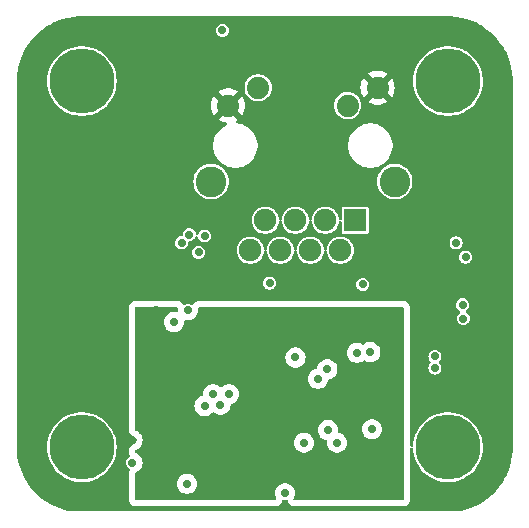
<source format=gbr>
%TF.GenerationSoftware,KiCad,Pcbnew,8.0.3*%
%TF.CreationDate,2024-11-11T17:41:13-05:00*%
%TF.ProjectId,Ethernet HAT,45746865-726e-4657-9420-4841542e6b69,rev?*%
%TF.SameCoordinates,Original*%
%TF.FileFunction,Copper,L3,Inr*%
%TF.FilePolarity,Positive*%
%FSLAX46Y46*%
G04 Gerber Fmt 4.6, Leading zero omitted, Abs format (unit mm)*
G04 Created by KiCad (PCBNEW 8.0.3) date 2024-11-11 17:41:13*
%MOMM*%
%LPD*%
G01*
G04 APERTURE LIST*
%TA.AperFunction,ComponentPad*%
%ADD10C,5.500000*%
%TD*%
%TA.AperFunction,ComponentPad*%
%ADD11C,1.890000*%
%TD*%
%TA.AperFunction,ComponentPad*%
%ADD12R,1.900000X1.900000*%
%TD*%
%TA.AperFunction,ComponentPad*%
%ADD13C,1.900000*%
%TD*%
%TA.AperFunction,ComponentPad*%
%ADD14C,2.600000*%
%TD*%
%TA.AperFunction,ViaPad*%
%ADD15C,0.700000*%
%TD*%
G04 APERTURE END LIST*
D10*
%TO.N,N/C*%
%TO.C,H2*%
X165500000Y-115500000D03*
%TD*%
%TO.N,N/C*%
%TO.C,H4*%
X165500000Y-84500000D03*
%TD*%
%TO.N,N/C*%
%TO.C,H1*%
X134500000Y-84500000D03*
%TD*%
%TO.N,N/C*%
%TO.C,H3*%
X134500000Y-115500000D03*
%TD*%
D11*
%TO.N,+3.3V*%
%TO.C,J1*%
X146900000Y-86570000D03*
%TO.N,Net-(J1-LEDY_K)*%
X149440000Y-85050000D03*
%TO.N,Net-(J1-LEDG_K)*%
X157010000Y-86570000D03*
%TO.N,+3.3V*%
X159550000Y-85050000D03*
D12*
%TO.N,Net-(J1-TD+)*%
X157670000Y-96290000D03*
D13*
%TO.N,Net-(J1-TD-)*%
X156400000Y-98830000D03*
%TO.N,Net-(J1-RD+)*%
X155130000Y-96290000D03*
%TO.N,TCT*%
X153860000Y-98830000D03*
%TO.N,RCT*%
X152590000Y-96290000D03*
%TO.N,Net-(J1-RD-)*%
X151320000Y-98830000D03*
%TO.N,unconnected-(J1-NC-PadR7)*%
X150050000Y-96290000D03*
%TO.N,GND*%
X148780000Y-98830000D03*
D14*
X161000000Y-93000000D03*
X145450000Y-93000000D03*
%TD*%
D15*
%TO.N,GND*%
X138800000Y-116800000D03*
X152600000Y-107900000D03*
X143400000Y-118600000D03*
X143500000Y-103900000D03*
X151700000Y-119400000D03*
X164400000Y-108800000D03*
X142300000Y-104900000D03*
X150400000Y-101600000D03*
X146400000Y-80200000D03*
X164400000Y-107800000D03*
X158300000Y-101700000D03*
%TO.N,3V3A*%
X155900000Y-104700000D03*
X140800000Y-103900000D03*
X155900000Y-106200000D03*
X140787500Y-104912500D03*
%TO.N,+3.3V*%
X164400000Y-92200000D03*
X164400000Y-91200000D03*
X137800000Y-105500000D03*
X138800000Y-114900000D03*
%TO.N,MISO*%
X155340380Y-114040380D03*
X159078860Y-113978859D03*
%TO.N,MOSI*%
X156109620Y-115109620D03*
X153309620Y-115109620D03*
%TO.N,AUX2*%
X166759620Y-103440380D03*
X155300000Y-108900000D03*
%TO.N,AUX1*%
X166800000Y-104600000D03*
X154500000Y-109700000D03*
%TO.N,AUX5*%
X157800000Y-107500000D03*
X166200000Y-98200000D03*
%TO.N,AUX6*%
X167000000Y-99400000D03*
X158940380Y-107440380D03*
%TO.N,Net-(U1-LINKLED)*%
X145600000Y-111000000D03*
X143600000Y-97500000D03*
%TO.N,Net-(U1-ACTLED)*%
X146950000Y-111000000D03*
X144900000Y-97600000D03*
%TO.N,Net-(U1-DUPLED)*%
X146250000Y-111900000D03*
X144400000Y-99000000D03*
%TO.N,Net-(U1-SPDLED)*%
X142950000Y-98191401D03*
X144900000Y-112000000D03*
%TD*%
%TA.AperFunction,Conductor*%
%TO.N,3V3A*%
G36*
X142605670Y-103619685D02*
G01*
X142651425Y-103672489D01*
X142661951Y-103736958D01*
X142644815Y-103900000D01*
X142648884Y-103938713D01*
X142636314Y-104007442D01*
X142588582Y-104058466D01*
X142520842Y-104075584D01*
X142499783Y-104072964D01*
X142389391Y-104049500D01*
X142210609Y-104049500D01*
X142179954Y-104056015D01*
X142035733Y-104086670D01*
X142035728Y-104086672D01*
X141872408Y-104159387D01*
X141727768Y-104264475D01*
X141608140Y-104397336D01*
X141518750Y-104552164D01*
X141518747Y-104552170D01*
X141463504Y-104722192D01*
X141463503Y-104722194D01*
X141444815Y-104900000D01*
X141463503Y-105077805D01*
X141463504Y-105077807D01*
X141518747Y-105247829D01*
X141518750Y-105247835D01*
X141608141Y-105402665D01*
X141649812Y-105448946D01*
X141727764Y-105535521D01*
X141727767Y-105535523D01*
X141727770Y-105535526D01*
X141872407Y-105640612D01*
X142035733Y-105713329D01*
X142210609Y-105750500D01*
X142210610Y-105750500D01*
X142389389Y-105750500D01*
X142389391Y-105750500D01*
X142564267Y-105713329D01*
X142727593Y-105640612D01*
X142872230Y-105535526D01*
X142991859Y-105402665D01*
X143081250Y-105247835D01*
X143136497Y-105077803D01*
X143155185Y-104900000D01*
X143151116Y-104861288D01*
X143163683Y-104792559D01*
X143211415Y-104741534D01*
X143279155Y-104724415D01*
X143300211Y-104727034D01*
X143410609Y-104750500D01*
X143410610Y-104750500D01*
X143589389Y-104750500D01*
X143589391Y-104750500D01*
X143764267Y-104713329D01*
X143927593Y-104640612D01*
X144072230Y-104535526D01*
X144191859Y-104402665D01*
X144281250Y-104247835D01*
X144336497Y-104077803D01*
X144355185Y-103900000D01*
X144338048Y-103736958D01*
X144350617Y-103668232D01*
X144398349Y-103617208D01*
X144461369Y-103600000D01*
X161676000Y-103600000D01*
X161743039Y-103619685D01*
X161788794Y-103672489D01*
X161800000Y-103724000D01*
X161800000Y-119876000D01*
X161780315Y-119943039D01*
X161727511Y-119988794D01*
X161676000Y-120000000D01*
X152550437Y-120000000D01*
X152483398Y-119980315D01*
X152437643Y-119927511D01*
X152427699Y-119858353D01*
X152443049Y-119814001D01*
X152481250Y-119747835D01*
X152536497Y-119577803D01*
X152555185Y-119400000D01*
X152536497Y-119222197D01*
X152481250Y-119052165D01*
X152391859Y-118897335D01*
X152345003Y-118845296D01*
X152272235Y-118764478D01*
X152272232Y-118764476D01*
X152272231Y-118764475D01*
X152272230Y-118764474D01*
X152127593Y-118659388D01*
X151964267Y-118586671D01*
X151964265Y-118586670D01*
X151836594Y-118559533D01*
X151789391Y-118549500D01*
X151610609Y-118549500D01*
X151579954Y-118556015D01*
X151435733Y-118586670D01*
X151435728Y-118586672D01*
X151272408Y-118659387D01*
X151127768Y-118764475D01*
X151008140Y-118897336D01*
X150918750Y-119052164D01*
X150918747Y-119052170D01*
X150863504Y-119222192D01*
X150863503Y-119222194D01*
X150844815Y-119400000D01*
X150863503Y-119577805D01*
X150863504Y-119577807D01*
X150918747Y-119747829D01*
X150918749Y-119747832D01*
X150918750Y-119747835D01*
X150956951Y-119814001D01*
X150973423Y-119881901D01*
X150950570Y-119947928D01*
X150895648Y-119991118D01*
X150849563Y-120000000D01*
X139124000Y-120000000D01*
X139056961Y-119980315D01*
X139011206Y-119927511D01*
X139000000Y-119876000D01*
X139000000Y-118600000D01*
X142544815Y-118600000D01*
X142563503Y-118777805D01*
X142563504Y-118777807D01*
X142618747Y-118947829D01*
X142618750Y-118947835D01*
X142708141Y-119102665D01*
X142749812Y-119148946D01*
X142827764Y-119235521D01*
X142827767Y-119235523D01*
X142827770Y-119235526D01*
X142972407Y-119340612D01*
X143135733Y-119413329D01*
X143310609Y-119450500D01*
X143310610Y-119450500D01*
X143489389Y-119450500D01*
X143489391Y-119450500D01*
X143664267Y-119413329D01*
X143827593Y-119340612D01*
X143972230Y-119235526D01*
X144091859Y-119102665D01*
X144181250Y-118947835D01*
X144236497Y-118777803D01*
X144255185Y-118600000D01*
X144236497Y-118422197D01*
X144181250Y-118252165D01*
X144091859Y-118097335D01*
X144045003Y-118045296D01*
X143972235Y-117964478D01*
X143972232Y-117964476D01*
X143972231Y-117964475D01*
X143972230Y-117964474D01*
X143827593Y-117859388D01*
X143664267Y-117786671D01*
X143664265Y-117786670D01*
X143536594Y-117759533D01*
X143489391Y-117749500D01*
X143310609Y-117749500D01*
X143279954Y-117756015D01*
X143135733Y-117786670D01*
X143135728Y-117786672D01*
X142972408Y-117859387D01*
X142827768Y-117964475D01*
X142708140Y-118097336D01*
X142618750Y-118252164D01*
X142618747Y-118252170D01*
X142563504Y-118422192D01*
X142563503Y-118422194D01*
X142544815Y-118600000D01*
X139000000Y-118600000D01*
X139000000Y-117722468D01*
X139019685Y-117655429D01*
X139072489Y-117609674D01*
X139073365Y-117609278D01*
X139227593Y-117540612D01*
X139372230Y-117435526D01*
X139491859Y-117302665D01*
X139581250Y-117147835D01*
X139636497Y-116977803D01*
X139655185Y-116800000D01*
X139636497Y-116622197D01*
X139581250Y-116452165D01*
X139491859Y-116297335D01*
X139445003Y-116245296D01*
X139372235Y-116164478D01*
X139372232Y-116164476D01*
X139372231Y-116164475D01*
X139372230Y-116164474D01*
X139227593Y-116059388D01*
X139227592Y-116059387D01*
X139073564Y-115990809D01*
X139020327Y-115945559D01*
X139000006Y-115878710D01*
X139000000Y-115877530D01*
X139000000Y-115822468D01*
X139019685Y-115755429D01*
X139072489Y-115709674D01*
X139073365Y-115709278D01*
X139227593Y-115640612D01*
X139372230Y-115535526D01*
X139491859Y-115402665D01*
X139581250Y-115247835D01*
X139626159Y-115109620D01*
X152454435Y-115109620D01*
X152473123Y-115287425D01*
X152473124Y-115287427D01*
X152528367Y-115457449D01*
X152528370Y-115457455D01*
X152617761Y-115612285D01*
X152643265Y-115640610D01*
X152737384Y-115745141D01*
X152737387Y-115745143D01*
X152737390Y-115745146D01*
X152882027Y-115850232D01*
X153045353Y-115922949D01*
X153220229Y-115960120D01*
X153220230Y-115960120D01*
X153399009Y-115960120D01*
X153399011Y-115960120D01*
X153573887Y-115922949D01*
X153737213Y-115850232D01*
X153881850Y-115745146D01*
X154001479Y-115612285D01*
X154090870Y-115457455D01*
X154146117Y-115287423D01*
X154164805Y-115109620D01*
X154146117Y-114931817D01*
X154090870Y-114761785D01*
X154001479Y-114606955D01*
X153943932Y-114543043D01*
X153881855Y-114474098D01*
X153881852Y-114474096D01*
X153881851Y-114474095D01*
X153881850Y-114474094D01*
X153737213Y-114369008D01*
X153573887Y-114296291D01*
X153573885Y-114296290D01*
X153424209Y-114264476D01*
X153399011Y-114259120D01*
X153220229Y-114259120D01*
X153195031Y-114264476D01*
X153045353Y-114296290D01*
X153045348Y-114296292D01*
X152882028Y-114369007D01*
X152737388Y-114474095D01*
X152617760Y-114606956D01*
X152528370Y-114761784D01*
X152528367Y-114761790D01*
X152473124Y-114931812D01*
X152473123Y-114931814D01*
X152454435Y-115109620D01*
X139626159Y-115109620D01*
X139636497Y-115077803D01*
X139655185Y-114900000D01*
X139636497Y-114722197D01*
X139599053Y-114606956D01*
X139581252Y-114552170D01*
X139581249Y-114552164D01*
X139491859Y-114397335D01*
X139445003Y-114345296D01*
X139372235Y-114264478D01*
X139372232Y-114264476D01*
X139372231Y-114264475D01*
X139372230Y-114264474D01*
X139227593Y-114159388D01*
X139227592Y-114159387D01*
X139073564Y-114090809D01*
X139020327Y-114045559D01*
X139018753Y-114040380D01*
X154485195Y-114040380D01*
X154503883Y-114218185D01*
X154503884Y-114218187D01*
X154559127Y-114388209D01*
X154559130Y-114388215D01*
X154648521Y-114543045D01*
X154690192Y-114589326D01*
X154768144Y-114675901D01*
X154768147Y-114675903D01*
X154768150Y-114675906D01*
X154912787Y-114780992D01*
X155076113Y-114853709D01*
X155167637Y-114873163D01*
X155229119Y-114906355D01*
X155262895Y-114967518D01*
X155265177Y-115007414D01*
X155254435Y-115109619D01*
X155273123Y-115287425D01*
X155273124Y-115287427D01*
X155328367Y-115457449D01*
X155328370Y-115457455D01*
X155417761Y-115612285D01*
X155443265Y-115640610D01*
X155537384Y-115745141D01*
X155537387Y-115745143D01*
X155537390Y-115745146D01*
X155682027Y-115850232D01*
X155845353Y-115922949D01*
X156020229Y-115960120D01*
X156020230Y-115960120D01*
X156199009Y-115960120D01*
X156199011Y-115960120D01*
X156373887Y-115922949D01*
X156537213Y-115850232D01*
X156681850Y-115745146D01*
X156801479Y-115612285D01*
X156890870Y-115457455D01*
X156946117Y-115287423D01*
X156964805Y-115109620D01*
X156946117Y-114931817D01*
X156890870Y-114761785D01*
X156801479Y-114606955D01*
X156743932Y-114543043D01*
X156681855Y-114474098D01*
X156681852Y-114474096D01*
X156681851Y-114474095D01*
X156681850Y-114474094D01*
X156537213Y-114369008D01*
X156373887Y-114296291D01*
X156373885Y-114296290D01*
X156373886Y-114296290D01*
X156282361Y-114276836D01*
X156220880Y-114243643D01*
X156187103Y-114182480D01*
X156184822Y-114142589D01*
X156195565Y-114040380D01*
X156189099Y-113978859D01*
X158223675Y-113978859D01*
X158242363Y-114156664D01*
X158242364Y-114156666D01*
X158297607Y-114326688D01*
X158297610Y-114326694D01*
X158387001Y-114481524D01*
X158428672Y-114527805D01*
X158506624Y-114614380D01*
X158506627Y-114614382D01*
X158506630Y-114614385D01*
X158651267Y-114719471D01*
X158814593Y-114792188D01*
X158989469Y-114829359D01*
X158989470Y-114829359D01*
X159168249Y-114829359D01*
X159168251Y-114829359D01*
X159343127Y-114792188D01*
X159506453Y-114719471D01*
X159651090Y-114614385D01*
X159770719Y-114481524D01*
X159860110Y-114326694D01*
X159915357Y-114156662D01*
X159934045Y-113978859D01*
X159915357Y-113801056D01*
X159880101Y-113692550D01*
X159860112Y-113631029D01*
X159860109Y-113631023D01*
X159770719Y-113476194D01*
X159706484Y-113404854D01*
X159651095Y-113343337D01*
X159651092Y-113343335D01*
X159651091Y-113343334D01*
X159651090Y-113343333D01*
X159506453Y-113238247D01*
X159343127Y-113165530D01*
X159343125Y-113165529D01*
X159215454Y-113138392D01*
X159168251Y-113128359D01*
X158989469Y-113128359D01*
X158958814Y-113134874D01*
X158814593Y-113165529D01*
X158814588Y-113165531D01*
X158651268Y-113238246D01*
X158506628Y-113343334D01*
X158387000Y-113476195D01*
X158297610Y-113631023D01*
X158297607Y-113631029D01*
X158242364Y-113801051D01*
X158242363Y-113801053D01*
X158223675Y-113978859D01*
X156189099Y-113978859D01*
X156176877Y-113862577D01*
X156121630Y-113692545D01*
X156032239Y-113537715D01*
X155976845Y-113476194D01*
X155912615Y-113404858D01*
X155912612Y-113404856D01*
X155912611Y-113404855D01*
X155912610Y-113404854D01*
X155767973Y-113299768D01*
X155604647Y-113227051D01*
X155604645Y-113227050D01*
X155476974Y-113199913D01*
X155429771Y-113189880D01*
X155250989Y-113189880D01*
X155220334Y-113196395D01*
X155076113Y-113227050D01*
X155076108Y-113227052D01*
X154912788Y-113299767D01*
X154768148Y-113404855D01*
X154648520Y-113537716D01*
X154559130Y-113692544D01*
X154559127Y-113692550D01*
X154503884Y-113862572D01*
X154503883Y-113862574D01*
X154485195Y-114040380D01*
X139018753Y-114040380D01*
X139000006Y-113978710D01*
X139000000Y-113977530D01*
X139000000Y-112000000D01*
X144044815Y-112000000D01*
X144063503Y-112177805D01*
X144063504Y-112177807D01*
X144118747Y-112347829D01*
X144118750Y-112347835D01*
X144208141Y-112502665D01*
X144249812Y-112548946D01*
X144327764Y-112635521D01*
X144327767Y-112635523D01*
X144327770Y-112635526D01*
X144472407Y-112740612D01*
X144635733Y-112813329D01*
X144810609Y-112850500D01*
X144810610Y-112850500D01*
X144989389Y-112850500D01*
X144989391Y-112850500D01*
X145164267Y-112813329D01*
X145327593Y-112740612D01*
X145472230Y-112635526D01*
X145533239Y-112567768D01*
X145592723Y-112531121D01*
X145662580Y-112532450D01*
X145698273Y-112550422D01*
X145822407Y-112640612D01*
X145985733Y-112713329D01*
X146160609Y-112750500D01*
X146160610Y-112750500D01*
X146339389Y-112750500D01*
X146339391Y-112750500D01*
X146514267Y-112713329D01*
X146677593Y-112640612D01*
X146822230Y-112535526D01*
X146826197Y-112531121D01*
X146886136Y-112464551D01*
X146941859Y-112402665D01*
X147031250Y-112247835D01*
X147086497Y-112077803D01*
X147102593Y-111924659D01*
X147129176Y-111860047D01*
X147186474Y-111820062D01*
X147200121Y-111816335D01*
X147214267Y-111813329D01*
X147377593Y-111740612D01*
X147522230Y-111635526D01*
X147641859Y-111502665D01*
X147731250Y-111347835D01*
X147786497Y-111177803D01*
X147805185Y-111000000D01*
X147786497Y-110822197D01*
X147731250Y-110652165D01*
X147641859Y-110497335D01*
X147590783Y-110440610D01*
X147522235Y-110364478D01*
X147522232Y-110364476D01*
X147522231Y-110364475D01*
X147522230Y-110364474D01*
X147377593Y-110259388D01*
X147214267Y-110186671D01*
X147214265Y-110186670D01*
X147086594Y-110159533D01*
X147039391Y-110149500D01*
X146860609Y-110149500D01*
X146829954Y-110156015D01*
X146685733Y-110186670D01*
X146685728Y-110186672D01*
X146522408Y-110259387D01*
X146377767Y-110364476D01*
X146367148Y-110376270D01*
X146307661Y-110412917D01*
X146237804Y-110411586D01*
X146182852Y-110376270D01*
X146172232Y-110364476D01*
X146172231Y-110364475D01*
X146172230Y-110364474D01*
X146027593Y-110259388D01*
X145864267Y-110186671D01*
X145864265Y-110186670D01*
X145736594Y-110159533D01*
X145689391Y-110149500D01*
X145510609Y-110149500D01*
X145479954Y-110156015D01*
X145335733Y-110186670D01*
X145335728Y-110186672D01*
X145172408Y-110259387D01*
X145027768Y-110364475D01*
X144908140Y-110497336D01*
X144818750Y-110652164D01*
X144818747Y-110652170D01*
X144763504Y-110822192D01*
X144763503Y-110822194D01*
X144744815Y-111000001D01*
X144749951Y-111048876D01*
X144737380Y-111117606D01*
X144689647Y-111168628D01*
X144652415Y-111183124D01*
X144635736Y-111186669D01*
X144635728Y-111186672D01*
X144472408Y-111259387D01*
X144327768Y-111364475D01*
X144208140Y-111497336D01*
X144118750Y-111652164D01*
X144118747Y-111652170D01*
X144063504Y-111822192D01*
X144063503Y-111822194D01*
X144044815Y-112000000D01*
X139000000Y-112000000D01*
X139000000Y-109700000D01*
X153644815Y-109700000D01*
X153663503Y-109877805D01*
X153663504Y-109877807D01*
X153718747Y-110047829D01*
X153718750Y-110047835D01*
X153808141Y-110202665D01*
X153849812Y-110248946D01*
X153927764Y-110335521D01*
X153927767Y-110335523D01*
X153927770Y-110335526D01*
X154072407Y-110440612D01*
X154235733Y-110513329D01*
X154410609Y-110550500D01*
X154410610Y-110550500D01*
X154589389Y-110550500D01*
X154589391Y-110550500D01*
X154764267Y-110513329D01*
X154927593Y-110440612D01*
X155072230Y-110335526D01*
X155191859Y-110202665D01*
X155281250Y-110047835D01*
X155336497Y-109877803D01*
X155339557Y-109848685D01*
X155366140Y-109784074D01*
X155423437Y-109744089D01*
X155437067Y-109740366D01*
X155564267Y-109713329D01*
X155727593Y-109640612D01*
X155872230Y-109535526D01*
X155991859Y-109402665D01*
X156081250Y-109247835D01*
X156136497Y-109077803D01*
X156155185Y-108900000D01*
X156136497Y-108722197D01*
X156081250Y-108552165D01*
X155991859Y-108397335D01*
X155945003Y-108345296D01*
X155872235Y-108264478D01*
X155872232Y-108264476D01*
X155872231Y-108264475D01*
X155872230Y-108264474D01*
X155727593Y-108159388D01*
X155564267Y-108086671D01*
X155564265Y-108086670D01*
X155436594Y-108059533D01*
X155389391Y-108049500D01*
X155210609Y-108049500D01*
X155179954Y-108056015D01*
X155035733Y-108086670D01*
X155035728Y-108086672D01*
X154872408Y-108159387D01*
X154727768Y-108264475D01*
X154608140Y-108397336D01*
X154518750Y-108552164D01*
X154518747Y-108552170D01*
X154463503Y-108722195D01*
X154463502Y-108722199D01*
X154460442Y-108751314D01*
X154433857Y-108815928D01*
X154376559Y-108855912D01*
X154362903Y-108859640D01*
X154235733Y-108886670D01*
X154235728Y-108886672D01*
X154072408Y-108959387D01*
X153927768Y-109064475D01*
X153808140Y-109197336D01*
X153718750Y-109352164D01*
X153718747Y-109352170D01*
X153663504Y-109522192D01*
X153663503Y-109522194D01*
X153644815Y-109700000D01*
X139000000Y-109700000D01*
X139000000Y-107900000D01*
X151744815Y-107900000D01*
X151763503Y-108077805D01*
X151763504Y-108077807D01*
X151818747Y-108247829D01*
X151818750Y-108247835D01*
X151908141Y-108402665D01*
X151949812Y-108448946D01*
X152027764Y-108535521D01*
X152027767Y-108535523D01*
X152027770Y-108535526D01*
X152172407Y-108640612D01*
X152335733Y-108713329D01*
X152510609Y-108750500D01*
X152510610Y-108750500D01*
X152689389Y-108750500D01*
X152689391Y-108750500D01*
X152864267Y-108713329D01*
X153027593Y-108640612D01*
X153172230Y-108535526D01*
X153291859Y-108402665D01*
X153381250Y-108247835D01*
X153436497Y-108077803D01*
X153455185Y-107900000D01*
X153436497Y-107722197D01*
X153381250Y-107552165D01*
X153351133Y-107500000D01*
X156944815Y-107500000D01*
X156963503Y-107677805D01*
X156963504Y-107677807D01*
X157018747Y-107847829D01*
X157018750Y-107847835D01*
X157108141Y-108002665D01*
X157149812Y-108048946D01*
X157227764Y-108135521D01*
X157227767Y-108135523D01*
X157227770Y-108135526D01*
X157372407Y-108240612D01*
X157535733Y-108313329D01*
X157710609Y-108350500D01*
X157710610Y-108350500D01*
X157889389Y-108350500D01*
X157889391Y-108350500D01*
X158064267Y-108313329D01*
X158227593Y-108240612D01*
X158338333Y-108160154D01*
X158404139Y-108136673D01*
X158472193Y-108152498D01*
X158484102Y-108160151D01*
X158512787Y-108180992D01*
X158676113Y-108253709D01*
X158850989Y-108290880D01*
X158850990Y-108290880D01*
X159029769Y-108290880D01*
X159029771Y-108290880D01*
X159204647Y-108253709D01*
X159367973Y-108180992D01*
X159512610Y-108075906D01*
X159632239Y-107943045D01*
X159721630Y-107788215D01*
X159776877Y-107618183D01*
X159795565Y-107440380D01*
X159776877Y-107262577D01*
X159743348Y-107159387D01*
X159721632Y-107092550D01*
X159721629Y-107092544D01*
X159718239Y-107086672D01*
X159632239Y-106937715D01*
X159585383Y-106885676D01*
X159512615Y-106804858D01*
X159512612Y-106804856D01*
X159512611Y-106804855D01*
X159512610Y-106804854D01*
X159367973Y-106699768D01*
X159204647Y-106627051D01*
X159204645Y-106627050D01*
X159076974Y-106599913D01*
X159029771Y-106589880D01*
X158850989Y-106589880D01*
X158820334Y-106596395D01*
X158676113Y-106627050D01*
X158676108Y-106627052D01*
X158512788Y-106699768D01*
X158512783Y-106699770D01*
X158402045Y-106780226D01*
X158336238Y-106803706D01*
X158268185Y-106787880D01*
X158256275Y-106780226D01*
X158227594Y-106759388D01*
X158227593Y-106759387D01*
X158093686Y-106699769D01*
X158064267Y-106686671D01*
X158064265Y-106686670D01*
X157936594Y-106659533D01*
X157889391Y-106649500D01*
X157710609Y-106649500D01*
X157679954Y-106656015D01*
X157535733Y-106686670D01*
X157535728Y-106686672D01*
X157372408Y-106759387D01*
X157227768Y-106864475D01*
X157108140Y-106997336D01*
X157018750Y-107152164D01*
X157018747Y-107152170D01*
X156963504Y-107322192D01*
X156963503Y-107322194D01*
X156944815Y-107500000D01*
X153351133Y-107500000D01*
X153291859Y-107397335D01*
X153245003Y-107345296D01*
X153172235Y-107264478D01*
X153172232Y-107264476D01*
X153172231Y-107264475D01*
X153172230Y-107264474D01*
X153027593Y-107159388D01*
X152864267Y-107086671D01*
X152864265Y-107086670D01*
X152736594Y-107059533D01*
X152689391Y-107049500D01*
X152510609Y-107049500D01*
X152479954Y-107056015D01*
X152335733Y-107086670D01*
X152335728Y-107086672D01*
X152172408Y-107159387D01*
X152027768Y-107264475D01*
X151908140Y-107397336D01*
X151818750Y-107552164D01*
X151818747Y-107552170D01*
X151763504Y-107722192D01*
X151763503Y-107722194D01*
X151744815Y-107900000D01*
X139000000Y-107900000D01*
X139000000Y-103724000D01*
X139019685Y-103656961D01*
X139072489Y-103611206D01*
X139124000Y-103600000D01*
X142538631Y-103600000D01*
X142605670Y-103619685D01*
G37*
%TD.AperFunction*%
%TD*%
%TA.AperFunction,Conductor*%
%TO.N,+3.3V*%
G36*
X165500642Y-79000007D02*
G01*
X165735302Y-79002565D01*
X165744734Y-79003029D01*
X166212846Y-79043984D01*
X166223567Y-79045396D01*
X166685664Y-79126875D01*
X166696192Y-79129209D01*
X167149458Y-79250661D01*
X167159747Y-79253906D01*
X167600688Y-79414395D01*
X167610654Y-79418523D01*
X168035926Y-79616830D01*
X168045512Y-79621821D01*
X168451866Y-79856429D01*
X168460985Y-79862238D01*
X168845353Y-80131376D01*
X168853935Y-80137962D01*
X169213370Y-80439564D01*
X169221345Y-80446872D01*
X169553127Y-80778654D01*
X169560435Y-80786629D01*
X169862037Y-81146064D01*
X169868623Y-81154646D01*
X170137761Y-81539014D01*
X170143573Y-81548138D01*
X170378176Y-81954483D01*
X170383171Y-81964078D01*
X170581470Y-82389331D01*
X170585610Y-82399326D01*
X170746089Y-82840239D01*
X170749342Y-82850555D01*
X170870786Y-83303790D01*
X170873127Y-83314352D01*
X170954603Y-83776432D01*
X170956015Y-83787156D01*
X170996969Y-84255252D01*
X170997434Y-84264708D01*
X170999993Y-84499357D01*
X171000000Y-84500709D01*
X171000000Y-115499290D01*
X170999993Y-115500642D01*
X170997434Y-115735291D01*
X170996969Y-115744747D01*
X170956015Y-116212843D01*
X170954603Y-116223567D01*
X170873127Y-116685647D01*
X170870786Y-116696209D01*
X170749342Y-117149444D01*
X170746089Y-117159760D01*
X170585610Y-117600673D01*
X170581470Y-117610668D01*
X170383171Y-118035921D01*
X170378176Y-118045516D01*
X170143573Y-118451861D01*
X170137761Y-118460985D01*
X169868623Y-118845353D01*
X169862037Y-118853935D01*
X169560435Y-119213370D01*
X169553127Y-119221345D01*
X169221345Y-119553127D01*
X169213370Y-119560435D01*
X168853935Y-119862037D01*
X168845353Y-119868623D01*
X168460985Y-120137761D01*
X168451861Y-120143573D01*
X168045516Y-120378176D01*
X168035921Y-120383171D01*
X167610668Y-120581470D01*
X167600673Y-120585610D01*
X167159760Y-120746089D01*
X167149444Y-120749342D01*
X166696209Y-120870786D01*
X166685647Y-120873127D01*
X166430502Y-120918116D01*
X166408970Y-120920000D01*
X133591036Y-120920000D01*
X133569504Y-120918116D01*
X133314352Y-120873126D01*
X133303790Y-120870785D01*
X132850556Y-120749341D01*
X132840240Y-120746088D01*
X132399327Y-120585609D01*
X132389332Y-120581469D01*
X131964078Y-120383170D01*
X131954483Y-120378175D01*
X131548139Y-120143572D01*
X131539015Y-120137760D01*
X131154654Y-119868627D01*
X131146072Y-119862042D01*
X130786623Y-119560429D01*
X130778648Y-119553120D01*
X130446879Y-119221351D01*
X130439570Y-119213376D01*
X130137957Y-118853927D01*
X130131372Y-118845345D01*
X129862239Y-118460984D01*
X129856427Y-118451860D01*
X129855641Y-118450499D01*
X129621822Y-118045512D01*
X129616829Y-118035921D01*
X129418524Y-117610653D01*
X129414396Y-117600687D01*
X129253907Y-117159746D01*
X129250662Y-117149457D01*
X129129210Y-116696192D01*
X129126876Y-116685664D01*
X129045397Y-116223567D01*
X129043985Y-116212843D01*
X129003030Y-115744734D01*
X129002566Y-115735291D01*
X129001646Y-115650919D01*
X129000006Y-115500527D01*
X129000004Y-115499996D01*
X131544500Y-115499996D01*
X131544500Y-115500003D01*
X131564484Y-115843113D01*
X131564485Y-115843124D01*
X131624163Y-116181575D01*
X131624166Y-116181588D01*
X131722737Y-116510840D01*
X131858865Y-116826417D01*
X131858871Y-116826430D01*
X132030716Y-117124075D01*
X132235952Y-117399755D01*
X132235957Y-117399761D01*
X132342792Y-117512999D01*
X132471813Y-117649753D01*
X132471819Y-117649758D01*
X132471821Y-117649760D01*
X132735093Y-117870672D01*
X132735098Y-117870675D01*
X133022250Y-118059538D01*
X133124329Y-118110804D01*
X133329378Y-118213785D01*
X133329384Y-118213787D01*
X133329386Y-118213788D01*
X133652353Y-118331338D01*
X133986783Y-118410599D01*
X134328153Y-118450500D01*
X134328160Y-118450500D01*
X134671840Y-118450500D01*
X134671847Y-118450500D01*
X135013217Y-118410599D01*
X135347647Y-118331338D01*
X135670614Y-118213788D01*
X135670617Y-118213786D01*
X135670621Y-118213785D01*
X135774487Y-118161620D01*
X135977750Y-118059538D01*
X136264902Y-117870675D01*
X136528187Y-117649753D01*
X136764044Y-117399759D01*
X136969284Y-117124074D01*
X137141131Y-116826426D01*
X137152531Y-116799999D01*
X138244750Y-116799999D01*
X138244750Y-116800000D01*
X138263670Y-116943708D01*
X138263671Y-116943712D01*
X138319137Y-117077622D01*
X138319138Y-117077624D01*
X138319139Y-117077625D01*
X138407379Y-117192621D01*
X138522375Y-117280861D01*
X138522377Y-117280861D01*
X138528823Y-117285808D01*
X138527249Y-117287858D01*
X138566590Y-117329118D01*
X138579812Y-117397725D01*
X138569168Y-117437449D01*
X138534665Y-117512999D01*
X138534662Y-117513008D01*
X138534662Y-117513009D01*
X138514977Y-117580048D01*
X138514976Y-117580052D01*
X138494500Y-117722468D01*
X138494500Y-118599999D01*
X138494500Y-119876000D01*
X138494501Y-119876009D01*
X138506052Y-119983450D01*
X138506054Y-119983462D01*
X138517260Y-120034972D01*
X138551383Y-120137497D01*
X138551386Y-120137503D01*
X138629171Y-120258537D01*
X138629179Y-120258548D01*
X138674923Y-120311340D01*
X138674926Y-120311343D01*
X138674930Y-120311347D01*
X138783664Y-120405567D01*
X138783667Y-120405568D01*
X138783668Y-120405569D01*
X138877925Y-120448616D01*
X138914541Y-120465338D01*
X138981580Y-120485023D01*
X138981584Y-120485024D01*
X139124000Y-120505500D01*
X139124003Y-120505500D01*
X150849557Y-120505500D01*
X150849563Y-120505500D01*
X150945228Y-120496365D01*
X150991313Y-120487483D01*
X151083517Y-120460410D01*
X151208122Y-120388472D01*
X151263044Y-120345282D01*
X151263045Y-120345281D01*
X151362335Y-120241151D01*
X151428266Y-120113266D01*
X151451119Y-120047239D01*
X151451120Y-120047236D01*
X151452458Y-120040292D01*
X151484472Y-119978191D01*
X151544980Y-119943255D01*
X151590397Y-119940820D01*
X151700000Y-119955250D01*
X151810708Y-119940674D01*
X151879741Y-119951439D01*
X151931997Y-119997818D01*
X151945869Y-120028677D01*
X151977824Y-120137503D01*
X151977826Y-120137507D01*
X152055608Y-120258537D01*
X152055616Y-120258548D01*
X152101360Y-120311340D01*
X152101363Y-120311343D01*
X152101367Y-120311347D01*
X152210101Y-120405567D01*
X152210104Y-120405568D01*
X152210105Y-120405569D01*
X152304362Y-120448616D01*
X152340978Y-120465338D01*
X152408017Y-120485023D01*
X152408021Y-120485024D01*
X152550437Y-120505500D01*
X152550440Y-120505500D01*
X161675990Y-120505500D01*
X161676000Y-120505500D01*
X161783456Y-120493947D01*
X161834967Y-120482741D01*
X161869197Y-120471347D01*
X161937497Y-120448616D01*
X161937501Y-120448613D01*
X161937504Y-120448613D01*
X162058543Y-120370825D01*
X162111347Y-120325070D01*
X162205567Y-120216336D01*
X162265338Y-120085459D01*
X162285023Y-120018420D01*
X162285024Y-120018416D01*
X162305500Y-119876000D01*
X162305500Y-115658129D01*
X162325185Y-115591090D01*
X162377989Y-115545335D01*
X162447147Y-115535391D01*
X162510703Y-115564416D01*
X162548477Y-115623194D01*
X162553290Y-115650919D01*
X162564484Y-115843113D01*
X162564485Y-115843124D01*
X162624163Y-116181575D01*
X162624166Y-116181588D01*
X162722737Y-116510840D01*
X162858865Y-116826417D01*
X162858871Y-116826430D01*
X163030716Y-117124075D01*
X163235952Y-117399755D01*
X163235957Y-117399761D01*
X163342792Y-117512999D01*
X163471813Y-117649753D01*
X163471819Y-117649758D01*
X163471821Y-117649760D01*
X163735093Y-117870672D01*
X163735098Y-117870675D01*
X164022250Y-118059538D01*
X164124329Y-118110804D01*
X164329378Y-118213785D01*
X164329384Y-118213787D01*
X164329386Y-118213788D01*
X164652353Y-118331338D01*
X164986783Y-118410599D01*
X165328153Y-118450500D01*
X165328160Y-118450500D01*
X165671840Y-118450500D01*
X165671847Y-118450500D01*
X166013217Y-118410599D01*
X166347647Y-118331338D01*
X166670614Y-118213788D01*
X166670617Y-118213786D01*
X166670621Y-118213785D01*
X166774487Y-118161620D01*
X166977750Y-118059538D01*
X167264902Y-117870675D01*
X167528187Y-117649753D01*
X167764044Y-117399759D01*
X167969284Y-117124074D01*
X168141131Y-116826426D01*
X168277262Y-116510841D01*
X168375834Y-116181585D01*
X168435516Y-115843113D01*
X168455500Y-115500000D01*
X168435516Y-115156887D01*
X168412913Y-115028701D01*
X168375836Y-114818424D01*
X168375833Y-114818411D01*
X168277262Y-114489159D01*
X168247796Y-114420850D01*
X168141131Y-114173574D01*
X167969284Y-113875926D01*
X167969283Y-113875924D01*
X167764047Y-113600244D01*
X167764042Y-113600238D01*
X167649998Y-113479359D01*
X167528187Y-113350247D01*
X167528180Y-113350241D01*
X167528178Y-113350239D01*
X167264906Y-113129327D01*
X167121326Y-113034893D01*
X166977750Y-112940462D01*
X166975956Y-112939561D01*
X166670621Y-112786214D01*
X166670615Y-112786212D01*
X166347648Y-112668662D01*
X166347645Y-112668661D01*
X166013218Y-112589401D01*
X165970545Y-112584413D01*
X165671847Y-112549500D01*
X165328153Y-112549500D01*
X165029454Y-112584413D01*
X164986782Y-112589401D01*
X164986780Y-112589401D01*
X164652354Y-112668661D01*
X164652351Y-112668662D01*
X164329384Y-112786212D01*
X164329378Y-112786214D01*
X164022253Y-112940460D01*
X163735093Y-113129327D01*
X163471821Y-113350239D01*
X163471811Y-113350249D01*
X163235957Y-113600238D01*
X163235952Y-113600244D01*
X163030716Y-113875924D01*
X162858871Y-114173569D01*
X162858865Y-114173582D01*
X162722737Y-114489159D01*
X162624166Y-114818411D01*
X162624163Y-114818424D01*
X162564485Y-115156875D01*
X162564484Y-115156886D01*
X162553290Y-115349080D01*
X162529741Y-115414862D01*
X162474366Y-115457469D01*
X162404746Y-115463374D01*
X162342986Y-115430703D01*
X162308693Y-115369828D01*
X162305500Y-115341870D01*
X162305500Y-107799999D01*
X163844750Y-107799999D01*
X163844750Y-107800000D01*
X163863670Y-107943708D01*
X163863671Y-107943712D01*
X163919137Y-108077622D01*
X163919138Y-108077624D01*
X163919139Y-108077625D01*
X164007379Y-108192621D01*
X164016711Y-108199782D01*
X164019113Y-108201625D01*
X164060316Y-108258053D01*
X164064470Y-108327799D01*
X164030257Y-108388719D01*
X164019113Y-108398375D01*
X164007381Y-108407377D01*
X163919137Y-108522377D01*
X163863671Y-108656287D01*
X163863670Y-108656291D01*
X163844750Y-108799999D01*
X163844750Y-108800000D01*
X163863670Y-108943708D01*
X163863671Y-108943712D01*
X163919137Y-109077622D01*
X163919138Y-109077624D01*
X163919139Y-109077625D01*
X164007379Y-109192621D01*
X164122375Y-109280861D01*
X164122376Y-109280861D01*
X164122377Y-109280862D01*
X164167013Y-109299350D01*
X164256291Y-109336330D01*
X164383280Y-109353048D01*
X164399999Y-109355250D01*
X164400000Y-109355250D01*
X164400001Y-109355250D01*
X164414977Y-109353278D01*
X164543709Y-109336330D01*
X164677625Y-109280861D01*
X164792621Y-109192621D01*
X164880861Y-109077625D01*
X164936330Y-108943709D01*
X164955250Y-108800000D01*
X164936330Y-108656291D01*
X164880861Y-108522375D01*
X164792621Y-108407379D01*
X164780886Y-108398374D01*
X164739685Y-108341950D01*
X164735529Y-108272204D01*
X164769740Y-108211283D01*
X164780876Y-108201632D01*
X164792621Y-108192621D01*
X164880861Y-108077625D01*
X164936330Y-107943709D01*
X164955250Y-107800000D01*
X164936330Y-107656291D01*
X164880861Y-107522375D01*
X164792621Y-107407379D01*
X164677625Y-107319139D01*
X164677624Y-107319138D01*
X164677622Y-107319137D01*
X164543712Y-107263671D01*
X164543710Y-107263670D01*
X164543709Y-107263670D01*
X164471854Y-107254210D01*
X164400001Y-107244750D01*
X164399999Y-107244750D01*
X164256291Y-107263670D01*
X164256287Y-107263671D01*
X164122377Y-107319137D01*
X164007379Y-107407379D01*
X163919137Y-107522377D01*
X163863671Y-107656287D01*
X163863670Y-107656291D01*
X163844750Y-107799999D01*
X162305500Y-107799999D01*
X162305500Y-103724010D01*
X162305500Y-103724000D01*
X162293947Y-103616544D01*
X162282741Y-103565033D01*
X162282637Y-103564722D01*
X162248616Y-103462502D01*
X162248613Y-103462496D01*
X162234400Y-103440380D01*
X166204370Y-103440380D01*
X166220780Y-103565027D01*
X166223290Y-103584088D01*
X166223291Y-103584092D01*
X166278757Y-103718002D01*
X166278758Y-103718004D01*
X166278759Y-103718005D01*
X166366999Y-103833001D01*
X166481995Y-103921241D01*
X166481998Y-103921242D01*
X166481999Y-103921243D01*
X166489034Y-103925305D01*
X166487673Y-103927661D01*
X166531689Y-103963132D01*
X166553753Y-104029426D01*
X166536473Y-104097125D01*
X166505319Y-104132226D01*
X166407381Y-104207377D01*
X166319137Y-104322377D01*
X166263671Y-104456287D01*
X166263670Y-104456291D01*
X166244750Y-104599999D01*
X166244750Y-104600000D01*
X166263670Y-104743708D01*
X166263671Y-104743712D01*
X166319137Y-104877622D01*
X166319138Y-104877624D01*
X166319139Y-104877625D01*
X166407379Y-104992621D01*
X166522375Y-105080861D01*
X166656291Y-105136330D01*
X166783280Y-105153048D01*
X166799999Y-105155250D01*
X166800000Y-105155250D01*
X166800001Y-105155250D01*
X166814977Y-105153278D01*
X166943709Y-105136330D01*
X167077625Y-105080861D01*
X167192621Y-104992621D01*
X167280861Y-104877625D01*
X167336330Y-104743709D01*
X167355250Y-104600000D01*
X167336330Y-104456291D01*
X167280861Y-104322375D01*
X167192621Y-104207379D01*
X167077625Y-104119139D01*
X167077622Y-104119138D01*
X167077620Y-104119136D01*
X167070586Y-104115075D01*
X167071944Y-104112721D01*
X167027918Y-104077229D01*
X167005865Y-104010931D01*
X167023157Y-103943234D01*
X167054297Y-103908156D01*
X167152241Y-103833001D01*
X167240481Y-103718005D01*
X167295950Y-103584089D01*
X167314870Y-103440380D01*
X167295950Y-103296671D01*
X167240481Y-103162755D01*
X167152241Y-103047759D01*
X167037245Y-102959519D01*
X167037244Y-102959518D01*
X167037242Y-102959517D01*
X166903332Y-102904051D01*
X166903330Y-102904050D01*
X166903329Y-102904050D01*
X166831474Y-102894590D01*
X166759621Y-102885130D01*
X166759619Y-102885130D01*
X166615911Y-102904050D01*
X166615907Y-102904051D01*
X166481997Y-102959517D01*
X166366999Y-103047759D01*
X166278757Y-103162757D01*
X166223291Y-103296667D01*
X166223290Y-103296671D01*
X166212556Y-103378206D01*
X166204370Y-103440380D01*
X162234400Y-103440380D01*
X162225010Y-103425770D01*
X162170825Y-103341457D01*
X162132018Y-103296671D01*
X162125076Y-103288659D01*
X162125072Y-103288656D01*
X162125070Y-103288653D01*
X162016336Y-103194433D01*
X162016333Y-103194431D01*
X162016331Y-103194430D01*
X161885465Y-103134664D01*
X161885460Y-103134662D01*
X161885459Y-103134662D01*
X161818420Y-103114977D01*
X161818422Y-103114977D01*
X161818417Y-103114976D01*
X161756347Y-103106052D01*
X161676000Y-103094500D01*
X144461369Y-103094500D01*
X144461364Y-103094500D01*
X144328226Y-103112351D01*
X144328217Y-103112352D01*
X144328214Y-103112353D01*
X144265194Y-103129561D01*
X144265192Y-103129561D01*
X144186643Y-103162757D01*
X144141442Y-103181859D01*
X144141439Y-103181860D01*
X144141436Y-103181863D01*
X144029205Y-103271864D01*
X144029190Y-103271878D01*
X143985708Y-103318360D01*
X143981464Y-103322897D01*
X143966214Y-103344750D01*
X143940177Y-103382060D01*
X143885669Y-103425770D01*
X143816181Y-103433073D01*
X143785345Y-103421739D01*
X143785134Y-103422249D01*
X143643712Y-103363671D01*
X143643710Y-103363670D01*
X143643709Y-103363670D01*
X143571854Y-103354210D01*
X143500001Y-103344750D01*
X143499999Y-103344750D01*
X143356291Y-103363670D01*
X143356287Y-103363671D01*
X143214866Y-103422249D01*
X143214253Y-103420770D01*
X143155481Y-103435025D01*
X143089455Y-103412169D01*
X143057074Y-103378206D01*
X143033460Y-103341462D01*
X143033451Y-103341451D01*
X142987707Y-103288659D01*
X142987703Y-103288656D01*
X142987701Y-103288653D01*
X142878967Y-103194433D01*
X142878964Y-103194431D01*
X142878962Y-103194430D01*
X142748096Y-103134664D01*
X142748091Y-103134662D01*
X142748090Y-103134662D01*
X142681051Y-103114977D01*
X142681053Y-103114977D01*
X142681048Y-103114976D01*
X142618978Y-103106052D01*
X142538631Y-103094500D01*
X139124000Y-103094500D01*
X139123991Y-103094500D01*
X139123990Y-103094501D01*
X139016549Y-103106052D01*
X139016537Y-103106054D01*
X138965027Y-103117260D01*
X138862502Y-103151383D01*
X138862496Y-103151386D01*
X138741462Y-103229171D01*
X138741451Y-103229179D01*
X138688659Y-103274923D01*
X138594433Y-103383664D01*
X138594430Y-103383668D01*
X138534664Y-103514534D01*
X138514976Y-103581582D01*
X138509949Y-103616549D01*
X138494502Y-103723990D01*
X138494500Y-103724001D01*
X138494500Y-113977355D01*
X138494507Y-113979987D01*
X138494513Y-113981417D01*
X138494528Y-113983522D01*
X138502426Y-114034970D01*
X138503257Y-114040379D01*
X138516359Y-114125733D01*
X138535105Y-114187402D01*
X138535109Y-114187424D01*
X138535112Y-114187424D01*
X138536522Y-114192066D01*
X138536663Y-114192538D01*
X138536679Y-114192579D01*
X138536681Y-114192586D01*
X138597694Y-114322889D01*
X138684224Y-114420850D01*
X138692950Y-114430728D01*
X138718156Y-114452152D01*
X138746184Y-114475975D01*
X138746189Y-114475978D01*
X138746194Y-114475982D01*
X138818116Y-114521241D01*
X138867958Y-114552606D01*
X138922375Y-114576834D01*
X138961542Y-114594273D01*
X138983990Y-114607234D01*
X139021579Y-114634544D01*
X139040843Y-114651889D01*
X139069343Y-114683541D01*
X139069353Y-114683552D01*
X139071933Y-114686418D01*
X139087160Y-114707378D01*
X139110392Y-114747615D01*
X139120937Y-114771299D01*
X139135291Y-114815476D01*
X139140681Y-114840833D01*
X139145537Y-114887038D01*
X139145537Y-114912961D01*
X139140681Y-114959162D01*
X139135291Y-114984517D01*
X139120935Y-115028701D01*
X139110391Y-115052384D01*
X139087162Y-115092618D01*
X139071923Y-115113592D01*
X139040837Y-115148115D01*
X139021574Y-115165459D01*
X138983996Y-115192761D01*
X138961548Y-115205722D01*
X138867590Y-115247556D01*
X138865221Y-115248620D01*
X138864348Y-115249014D01*
X138862494Y-115249855D01*
X138862493Y-115249855D01*
X138741462Y-115327638D01*
X138741451Y-115327647D01*
X138688659Y-115373391D01*
X138594433Y-115482132D01*
X138594430Y-115482136D01*
X138534664Y-115613002D01*
X138514976Y-115680050D01*
X138494500Y-115822469D01*
X138494500Y-115877355D01*
X138494507Y-115879987D01*
X138494513Y-115881418D01*
X138494528Y-115883514D01*
X138516359Y-116025736D01*
X138536679Y-116092583D01*
X138568882Y-116161358D01*
X138579483Y-116230419D01*
X138551064Y-116294248D01*
X138528169Y-116313340D01*
X138528823Y-116314192D01*
X138522377Y-116319138D01*
X138522375Y-116319139D01*
X138407379Y-116407379D01*
X138319137Y-116522377D01*
X138263671Y-116656287D01*
X138263670Y-116656291D01*
X138244750Y-116799999D01*
X137152531Y-116799999D01*
X137277262Y-116510841D01*
X137375834Y-116181585D01*
X137435516Y-115843113D01*
X137455500Y-115500000D01*
X137435516Y-115156887D01*
X137412913Y-115028701D01*
X137375836Y-114818424D01*
X137375833Y-114818411D01*
X137277262Y-114489159D01*
X137247796Y-114420850D01*
X137141131Y-114173574D01*
X136969284Y-113875926D01*
X136969283Y-113875924D01*
X136764047Y-113600244D01*
X136764042Y-113600238D01*
X136649998Y-113479359D01*
X136528187Y-113350247D01*
X136528180Y-113350241D01*
X136528178Y-113350239D01*
X136264906Y-113129327D01*
X136121326Y-113034893D01*
X135977750Y-112940462D01*
X135975956Y-112939561D01*
X135670621Y-112786214D01*
X135670615Y-112786212D01*
X135347648Y-112668662D01*
X135347645Y-112668661D01*
X135013218Y-112589401D01*
X134970545Y-112584413D01*
X134671847Y-112549500D01*
X134328153Y-112549500D01*
X134029454Y-112584413D01*
X133986782Y-112589401D01*
X133986780Y-112589401D01*
X133652354Y-112668661D01*
X133652351Y-112668662D01*
X133329384Y-112786212D01*
X133329378Y-112786214D01*
X133022253Y-112940460D01*
X132735093Y-113129327D01*
X132471821Y-113350239D01*
X132471811Y-113350249D01*
X132235957Y-113600238D01*
X132235952Y-113600244D01*
X132030716Y-113875924D01*
X131858871Y-114173569D01*
X131858865Y-114173582D01*
X131722737Y-114489159D01*
X131624166Y-114818411D01*
X131624163Y-114818424D01*
X131564485Y-115156875D01*
X131564484Y-115156886D01*
X131544500Y-115499996D01*
X129000004Y-115499996D01*
X129000000Y-115499223D01*
X129000000Y-101600000D01*
X149844750Y-101600000D01*
X149857915Y-101700000D01*
X149863670Y-101743708D01*
X149863671Y-101743712D01*
X149919137Y-101877622D01*
X149919138Y-101877624D01*
X149919139Y-101877625D01*
X150007379Y-101992621D01*
X150122375Y-102080861D01*
X150122376Y-102080861D01*
X150122377Y-102080862D01*
X150167013Y-102099350D01*
X150256291Y-102136330D01*
X150383280Y-102153048D01*
X150399999Y-102155250D01*
X150400000Y-102155250D01*
X150400001Y-102155250D01*
X150414977Y-102153278D01*
X150543709Y-102136330D01*
X150677625Y-102080861D01*
X150792621Y-101992621D01*
X150880861Y-101877625D01*
X150936330Y-101743709D01*
X150942085Y-101699999D01*
X157744750Y-101699999D01*
X157744750Y-101700000D01*
X157763670Y-101843708D01*
X157763671Y-101843712D01*
X157819137Y-101977622D01*
X157819138Y-101977624D01*
X157819139Y-101977625D01*
X157907379Y-102092621D01*
X158022375Y-102180861D01*
X158156291Y-102236330D01*
X158283280Y-102253048D01*
X158299999Y-102255250D01*
X158300000Y-102255250D01*
X158300001Y-102255250D01*
X158314977Y-102253278D01*
X158443709Y-102236330D01*
X158577625Y-102180861D01*
X158692621Y-102092621D01*
X158780861Y-101977625D01*
X158836330Y-101843709D01*
X158855250Y-101700000D01*
X158836330Y-101556291D01*
X158780861Y-101422375D01*
X158692621Y-101307379D01*
X158577625Y-101219139D01*
X158577624Y-101219138D01*
X158577622Y-101219137D01*
X158443712Y-101163671D01*
X158443710Y-101163670D01*
X158443709Y-101163670D01*
X158371854Y-101154210D01*
X158300001Y-101144750D01*
X158299999Y-101144750D01*
X158156291Y-101163670D01*
X158156287Y-101163671D01*
X158022377Y-101219137D01*
X157907379Y-101307379D01*
X157819137Y-101422377D01*
X157763671Y-101556287D01*
X157763670Y-101556291D01*
X157744750Y-101699999D01*
X150942085Y-101699999D01*
X150955250Y-101600000D01*
X150936330Y-101456291D01*
X150880861Y-101322375D01*
X150792621Y-101207379D01*
X150677625Y-101119139D01*
X150677624Y-101119138D01*
X150677622Y-101119137D01*
X150543712Y-101063671D01*
X150543710Y-101063670D01*
X150543709Y-101063670D01*
X150471854Y-101054210D01*
X150400001Y-101044750D01*
X150399999Y-101044750D01*
X150256291Y-101063670D01*
X150256287Y-101063671D01*
X150122377Y-101119137D01*
X150007379Y-101207379D01*
X149919137Y-101322377D01*
X149863671Y-101456287D01*
X149863670Y-101456291D01*
X149850505Y-101556291D01*
X149844750Y-101600000D01*
X129000000Y-101600000D01*
X129000000Y-98999999D01*
X143844750Y-98999999D01*
X143844750Y-99000000D01*
X143863670Y-99143708D01*
X143863671Y-99143712D01*
X143919137Y-99277622D01*
X143919138Y-99277624D01*
X143919139Y-99277625D01*
X144007379Y-99392621D01*
X144122375Y-99480861D01*
X144256291Y-99536330D01*
X144383280Y-99553048D01*
X144399999Y-99555250D01*
X144400000Y-99555250D01*
X144400001Y-99555250D01*
X144414977Y-99553278D01*
X144543709Y-99536330D01*
X144677625Y-99480861D01*
X144792621Y-99392621D01*
X144880861Y-99277625D01*
X144936330Y-99143709D01*
X144955250Y-99000000D01*
X144936330Y-98856291D01*
X144925440Y-98829999D01*
X147624571Y-98829999D01*
X147624571Y-98830000D01*
X147644244Y-99042310D01*
X147702596Y-99247392D01*
X147702596Y-99247394D01*
X147797632Y-99438253D01*
X147871697Y-99536330D01*
X147926128Y-99608407D01*
X148083698Y-99752052D01*
X148264981Y-99864298D01*
X148463802Y-99941321D01*
X148673390Y-99980500D01*
X148673392Y-99980500D01*
X148886608Y-99980500D01*
X148886610Y-99980500D01*
X149096198Y-99941321D01*
X149295019Y-99864298D01*
X149476302Y-99752052D01*
X149633872Y-99608407D01*
X149762366Y-99438255D01*
X149785089Y-99392620D01*
X149857403Y-99247394D01*
X149857403Y-99247393D01*
X149857405Y-99247389D01*
X149915756Y-99042310D01*
X149926529Y-98926047D01*
X149952315Y-98861111D01*
X149994622Y-98830804D01*
X150103130Y-98830804D01*
X150139503Y-98851668D01*
X150171693Y-98913681D01*
X150173471Y-98926048D01*
X150184244Y-99042310D01*
X150242596Y-99247392D01*
X150242596Y-99247394D01*
X150337632Y-99438253D01*
X150411697Y-99536330D01*
X150466128Y-99608407D01*
X150623698Y-99752052D01*
X150804981Y-99864298D01*
X151003802Y-99941321D01*
X151213390Y-99980500D01*
X151213392Y-99980500D01*
X151426608Y-99980500D01*
X151426610Y-99980500D01*
X151636198Y-99941321D01*
X151835019Y-99864298D01*
X152016302Y-99752052D01*
X152173872Y-99608407D01*
X152302366Y-99438255D01*
X152325089Y-99392620D01*
X152397403Y-99247394D01*
X152397403Y-99247393D01*
X152397405Y-99247389D01*
X152455756Y-99042310D01*
X152466529Y-98926047D01*
X152492315Y-98861111D01*
X152534622Y-98830804D01*
X152643130Y-98830804D01*
X152679503Y-98851668D01*
X152711693Y-98913681D01*
X152713471Y-98926048D01*
X152724244Y-99042310D01*
X152782596Y-99247392D01*
X152782596Y-99247394D01*
X152877632Y-99438253D01*
X152951697Y-99536330D01*
X153006128Y-99608407D01*
X153163698Y-99752052D01*
X153344981Y-99864298D01*
X153543802Y-99941321D01*
X153753390Y-99980500D01*
X153753392Y-99980500D01*
X153966608Y-99980500D01*
X153966610Y-99980500D01*
X154176198Y-99941321D01*
X154375019Y-99864298D01*
X154556302Y-99752052D01*
X154713872Y-99608407D01*
X154842366Y-99438255D01*
X154865089Y-99392620D01*
X154937403Y-99247394D01*
X154937403Y-99247393D01*
X154937405Y-99247389D01*
X154995756Y-99042310D01*
X155006529Y-98926047D01*
X155032315Y-98861111D01*
X155074622Y-98830804D01*
X155183130Y-98830804D01*
X155219503Y-98851668D01*
X155251693Y-98913681D01*
X155253471Y-98926048D01*
X155264244Y-99042310D01*
X155322596Y-99247392D01*
X155322596Y-99247394D01*
X155417632Y-99438253D01*
X155491697Y-99536330D01*
X155546128Y-99608407D01*
X155703698Y-99752052D01*
X155884981Y-99864298D01*
X156083802Y-99941321D01*
X156293390Y-99980500D01*
X156293392Y-99980500D01*
X156506608Y-99980500D01*
X156506610Y-99980500D01*
X156716198Y-99941321D01*
X156915019Y-99864298D01*
X157096302Y-99752052D01*
X157253872Y-99608407D01*
X157382366Y-99438255D01*
X157401414Y-99400000D01*
X166444750Y-99400000D01*
X166462698Y-99536329D01*
X166463670Y-99543708D01*
X166463671Y-99543712D01*
X166519137Y-99677622D01*
X166519138Y-99677624D01*
X166519139Y-99677625D01*
X166607379Y-99792621D01*
X166722375Y-99880861D01*
X166856291Y-99936330D01*
X166983280Y-99953048D01*
X166999999Y-99955250D01*
X167000000Y-99955250D01*
X167000001Y-99955250D01*
X167014977Y-99953278D01*
X167143709Y-99936330D01*
X167277625Y-99880861D01*
X167392621Y-99792621D01*
X167480861Y-99677625D01*
X167536330Y-99543709D01*
X167555250Y-99400000D01*
X167536330Y-99256291D01*
X167480861Y-99122375D01*
X167392621Y-99007379D01*
X167277625Y-98919139D01*
X167277624Y-98919138D01*
X167277622Y-98919137D01*
X167143712Y-98863671D01*
X167143710Y-98863670D01*
X167143709Y-98863670D01*
X167071854Y-98854210D01*
X167000001Y-98844750D01*
X166999999Y-98844750D01*
X166856291Y-98863670D01*
X166856287Y-98863671D01*
X166722377Y-98919137D01*
X166607379Y-99007379D01*
X166519137Y-99122377D01*
X166463671Y-99256287D01*
X166463670Y-99256291D01*
X166445722Y-99392620D01*
X166444750Y-99400000D01*
X157401414Y-99400000D01*
X157405089Y-99392620D01*
X157477403Y-99247394D01*
X157477403Y-99247393D01*
X157477405Y-99247389D01*
X157535756Y-99042310D01*
X157555429Y-98830000D01*
X157535756Y-98617690D01*
X157477405Y-98412611D01*
X157477403Y-98412606D01*
X157477403Y-98412605D01*
X157382367Y-98221746D01*
X157365944Y-98199999D01*
X165644750Y-98199999D01*
X165644750Y-98200000D01*
X165663670Y-98343708D01*
X165663671Y-98343712D01*
X165719137Y-98477622D01*
X165719138Y-98477624D01*
X165719139Y-98477625D01*
X165807379Y-98592621D01*
X165922375Y-98680861D01*
X166056291Y-98736330D01*
X166183280Y-98753048D01*
X166199999Y-98755250D01*
X166200000Y-98755250D01*
X166200001Y-98755250D01*
X166214977Y-98753278D01*
X166343709Y-98736330D01*
X166477625Y-98680861D01*
X166592621Y-98592621D01*
X166680861Y-98477625D01*
X166736330Y-98343709D01*
X166755250Y-98200000D01*
X166736330Y-98056291D01*
X166680861Y-97922375D01*
X166592621Y-97807379D01*
X166477625Y-97719139D01*
X166477624Y-97719138D01*
X166477622Y-97719137D01*
X166343712Y-97663671D01*
X166343710Y-97663670D01*
X166343709Y-97663670D01*
X166251597Y-97651543D01*
X166200001Y-97644750D01*
X166199999Y-97644750D01*
X166056291Y-97663670D01*
X166056287Y-97663671D01*
X165922377Y-97719137D01*
X165807379Y-97807379D01*
X165719137Y-97922377D01*
X165663671Y-98056287D01*
X165663670Y-98056291D01*
X165644750Y-98199999D01*
X157365944Y-98199999D01*
X157253872Y-98051593D01*
X157176283Y-97980861D01*
X157096302Y-97907948D01*
X156915019Y-97795702D01*
X156915017Y-97795701D01*
X156717380Y-97719137D01*
X156716198Y-97718679D01*
X156506610Y-97679500D01*
X156293390Y-97679500D01*
X156083802Y-97718679D01*
X156083799Y-97718679D01*
X156083799Y-97718680D01*
X155884982Y-97795701D01*
X155884980Y-97795702D01*
X155703699Y-97907947D01*
X155546127Y-98051593D01*
X155417632Y-98221746D01*
X155322596Y-98412605D01*
X155322596Y-98412607D01*
X155264244Y-98617689D01*
X155253471Y-98733951D01*
X155227685Y-98798888D01*
X155183130Y-98830804D01*
X155074622Y-98830804D01*
X155076869Y-98829194D01*
X155040497Y-98808331D01*
X155008307Y-98746318D01*
X155006529Y-98733951D01*
X155005456Y-98722375D01*
X154995756Y-98617690D01*
X154937405Y-98412611D01*
X154937403Y-98412606D01*
X154937403Y-98412605D01*
X154842367Y-98221746D01*
X154713872Y-98051593D01*
X154636283Y-97980861D01*
X154556302Y-97907948D01*
X154375019Y-97795702D01*
X154375017Y-97795701D01*
X154177380Y-97719137D01*
X154176198Y-97718679D01*
X153966610Y-97679500D01*
X153753390Y-97679500D01*
X153543802Y-97718679D01*
X153543799Y-97718679D01*
X153543799Y-97718680D01*
X153344982Y-97795701D01*
X153344980Y-97795702D01*
X153163699Y-97907947D01*
X153006127Y-98051593D01*
X152877632Y-98221746D01*
X152782596Y-98412605D01*
X152782596Y-98412607D01*
X152724244Y-98617689D01*
X152713471Y-98733951D01*
X152687685Y-98798888D01*
X152643130Y-98830804D01*
X152534622Y-98830804D01*
X152536869Y-98829194D01*
X152500497Y-98808331D01*
X152468307Y-98746318D01*
X152466529Y-98733951D01*
X152465456Y-98722375D01*
X152455756Y-98617690D01*
X152397405Y-98412611D01*
X152397403Y-98412606D01*
X152397403Y-98412605D01*
X152302367Y-98221746D01*
X152173872Y-98051593D01*
X152096283Y-97980861D01*
X152016302Y-97907948D01*
X151835019Y-97795702D01*
X151835017Y-97795701D01*
X151637380Y-97719137D01*
X151636198Y-97718679D01*
X151426610Y-97679500D01*
X151213390Y-97679500D01*
X151003802Y-97718679D01*
X151003799Y-97718679D01*
X151003799Y-97718680D01*
X150804982Y-97795701D01*
X150804980Y-97795702D01*
X150623699Y-97907947D01*
X150466127Y-98051593D01*
X150337632Y-98221746D01*
X150242596Y-98412605D01*
X150242596Y-98412607D01*
X150184244Y-98617689D01*
X150173471Y-98733951D01*
X150147685Y-98798888D01*
X150103130Y-98830804D01*
X149994622Y-98830804D01*
X149996869Y-98829194D01*
X149960497Y-98808331D01*
X149928307Y-98746318D01*
X149926529Y-98733951D01*
X149925456Y-98722375D01*
X149915756Y-98617690D01*
X149857405Y-98412611D01*
X149857403Y-98412606D01*
X149857403Y-98412605D01*
X149762367Y-98221746D01*
X149633872Y-98051593D01*
X149556283Y-97980861D01*
X149476302Y-97907948D01*
X149295019Y-97795702D01*
X149295017Y-97795701D01*
X149097380Y-97719137D01*
X149096198Y-97718679D01*
X148886610Y-97679500D01*
X148673390Y-97679500D01*
X148463802Y-97718679D01*
X148463799Y-97718679D01*
X148463799Y-97718680D01*
X148264982Y-97795701D01*
X148264980Y-97795702D01*
X148083699Y-97907947D01*
X147926127Y-98051593D01*
X147797632Y-98221746D01*
X147702596Y-98412605D01*
X147702596Y-98412607D01*
X147644244Y-98617689D01*
X147624571Y-98829999D01*
X144925440Y-98829999D01*
X144886641Y-98736329D01*
X144880862Y-98722377D01*
X144880861Y-98722376D01*
X144880861Y-98722375D01*
X144792621Y-98607379D01*
X144677625Y-98519139D01*
X144677624Y-98519138D01*
X144677622Y-98519137D01*
X144543712Y-98463671D01*
X144543710Y-98463670D01*
X144543709Y-98463670D01*
X144471854Y-98454210D01*
X144400001Y-98444750D01*
X144399999Y-98444750D01*
X144256291Y-98463670D01*
X144256287Y-98463671D01*
X144122377Y-98519137D01*
X144007379Y-98607379D01*
X143919137Y-98722377D01*
X143863671Y-98856287D01*
X143863670Y-98856291D01*
X143844750Y-98999999D01*
X129000000Y-98999999D01*
X129000000Y-98191400D01*
X142394750Y-98191400D01*
X142394750Y-98191401D01*
X142413670Y-98335109D01*
X142413671Y-98335113D01*
X142469137Y-98469023D01*
X142469138Y-98469025D01*
X142469139Y-98469026D01*
X142557379Y-98584022D01*
X142672375Y-98672262D01*
X142672376Y-98672262D01*
X142672377Y-98672263D01*
X142717013Y-98690751D01*
X142806291Y-98727731D01*
X142933280Y-98744449D01*
X142949999Y-98746651D01*
X142950000Y-98746651D01*
X142950001Y-98746651D01*
X142964977Y-98744679D01*
X143093709Y-98727731D01*
X143227625Y-98672262D01*
X143342621Y-98584022D01*
X143430861Y-98469026D01*
X143486330Y-98335110D01*
X143505250Y-98191401D01*
X143505250Y-98191400D01*
X143505250Y-98183273D01*
X143506912Y-98183273D01*
X143516193Y-98123740D01*
X143562570Y-98071482D01*
X143612179Y-98053646D01*
X143743709Y-98036330D01*
X143877625Y-97980861D01*
X143992621Y-97892621D01*
X144080861Y-97777625D01*
X144121755Y-97678895D01*
X144165592Y-97624496D01*
X144231886Y-97602430D01*
X144299586Y-97619708D01*
X144347197Y-97670845D01*
X144359253Y-97710162D01*
X144363670Y-97743709D01*
X144363671Y-97743712D01*
X144419137Y-97877622D01*
X144419138Y-97877624D01*
X144419139Y-97877625D01*
X144507379Y-97992621D01*
X144622375Y-98080861D01*
X144756291Y-98136330D01*
X144883280Y-98153048D01*
X144899999Y-98155250D01*
X144900000Y-98155250D01*
X144900001Y-98155250D01*
X144914977Y-98153278D01*
X145043709Y-98136330D01*
X145177625Y-98080861D01*
X145292621Y-97992621D01*
X145380861Y-97877625D01*
X145436330Y-97743709D01*
X145455250Y-97600000D01*
X145436330Y-97456291D01*
X145380861Y-97322375D01*
X145292621Y-97207379D01*
X145177625Y-97119139D01*
X145177624Y-97119138D01*
X145177622Y-97119137D01*
X145043712Y-97063671D01*
X145043710Y-97063670D01*
X145043709Y-97063670D01*
X144971854Y-97054210D01*
X144900001Y-97044750D01*
X144899999Y-97044750D01*
X144756291Y-97063670D01*
X144756287Y-97063671D01*
X144622377Y-97119137D01*
X144507379Y-97207379D01*
X144419137Y-97322377D01*
X144378246Y-97421100D01*
X144334405Y-97475504D01*
X144268111Y-97497569D01*
X144200412Y-97480290D01*
X144152801Y-97429153D01*
X144140746Y-97389834D01*
X144136330Y-97356291D01*
X144080861Y-97222375D01*
X143992621Y-97107379D01*
X143877625Y-97019139D01*
X143877624Y-97019138D01*
X143877622Y-97019137D01*
X143743712Y-96963671D01*
X143743710Y-96963670D01*
X143743709Y-96963670D01*
X143671854Y-96954210D01*
X143600001Y-96944750D01*
X143599999Y-96944750D01*
X143456291Y-96963670D01*
X143456287Y-96963671D01*
X143322377Y-97019137D01*
X143207379Y-97107379D01*
X143119137Y-97222377D01*
X143063671Y-97356287D01*
X143063670Y-97356291D01*
X143044750Y-97499999D01*
X143044750Y-97508128D01*
X143043089Y-97508128D01*
X143033801Y-97567671D01*
X142987418Y-97619924D01*
X142937817Y-97637754D01*
X142806291Y-97655071D01*
X142806287Y-97655072D01*
X142672377Y-97710538D01*
X142557379Y-97798780D01*
X142469137Y-97913778D01*
X142413671Y-98047688D01*
X142413670Y-98047692D01*
X142394750Y-98191400D01*
X129000000Y-98191400D01*
X129000000Y-96289999D01*
X148894571Y-96289999D01*
X148894571Y-96290000D01*
X148914244Y-96502310D01*
X148972596Y-96707392D01*
X148972596Y-96707394D01*
X149067632Y-96898253D01*
X149196127Y-97068406D01*
X149196128Y-97068407D01*
X149353698Y-97212052D01*
X149534981Y-97324298D01*
X149733802Y-97401321D01*
X149943390Y-97440500D01*
X149943392Y-97440500D01*
X150156608Y-97440500D01*
X150156610Y-97440500D01*
X150366198Y-97401321D01*
X150565019Y-97324298D01*
X150746302Y-97212052D01*
X150903872Y-97068407D01*
X151032366Y-96898255D01*
X151127405Y-96707389D01*
X151185756Y-96502310D01*
X151196529Y-96386047D01*
X151222315Y-96321111D01*
X151264622Y-96290804D01*
X151373130Y-96290804D01*
X151409503Y-96311668D01*
X151441693Y-96373681D01*
X151443471Y-96386048D01*
X151454244Y-96502310D01*
X151512596Y-96707392D01*
X151512596Y-96707394D01*
X151607632Y-96898253D01*
X151736127Y-97068406D01*
X151736128Y-97068407D01*
X151893698Y-97212052D01*
X152074981Y-97324298D01*
X152273802Y-97401321D01*
X152483390Y-97440500D01*
X152483392Y-97440500D01*
X152696608Y-97440500D01*
X152696610Y-97440500D01*
X152906198Y-97401321D01*
X153105019Y-97324298D01*
X153286302Y-97212052D01*
X153443872Y-97068407D01*
X153572366Y-96898255D01*
X153667405Y-96707389D01*
X153725756Y-96502310D01*
X153736529Y-96386047D01*
X153762315Y-96321111D01*
X153804622Y-96290804D01*
X153913130Y-96290804D01*
X153949503Y-96311668D01*
X153981693Y-96373681D01*
X153983471Y-96386048D01*
X153994244Y-96502310D01*
X154052596Y-96707392D01*
X154052596Y-96707394D01*
X154147632Y-96898253D01*
X154276127Y-97068406D01*
X154276128Y-97068407D01*
X154433698Y-97212052D01*
X154614981Y-97324298D01*
X154813802Y-97401321D01*
X155023390Y-97440500D01*
X155023392Y-97440500D01*
X155236608Y-97440500D01*
X155236610Y-97440500D01*
X155446198Y-97401321D01*
X155645019Y-97324298D01*
X155826302Y-97212052D01*
X155983872Y-97068407D01*
X156112366Y-96898255D01*
X156207405Y-96707389D01*
X156265756Y-96502310D01*
X156272029Y-96434611D01*
X156297815Y-96369675D01*
X156354615Y-96328987D01*
X156424396Y-96325467D01*
X156485003Y-96360232D01*
X156517193Y-96422245D01*
X156519500Y-96446053D01*
X156519500Y-97259752D01*
X156531131Y-97318229D01*
X156531132Y-97318230D01*
X156575447Y-97384552D01*
X156641769Y-97428867D01*
X156641770Y-97428868D01*
X156700247Y-97440499D01*
X156700250Y-97440500D01*
X156700252Y-97440500D01*
X158639750Y-97440500D01*
X158639751Y-97440499D01*
X158654568Y-97437552D01*
X158698229Y-97428868D01*
X158698229Y-97428867D01*
X158698231Y-97428867D01*
X158764552Y-97384552D01*
X158808867Y-97318231D01*
X158808867Y-97318229D01*
X158808868Y-97318229D01*
X158820499Y-97259752D01*
X158820500Y-97259750D01*
X158820500Y-95320249D01*
X158820499Y-95320247D01*
X158808868Y-95261770D01*
X158808867Y-95261769D01*
X158764552Y-95195447D01*
X158698230Y-95151132D01*
X158698229Y-95151131D01*
X158639752Y-95139500D01*
X158639748Y-95139500D01*
X156700252Y-95139500D01*
X156700247Y-95139500D01*
X156641770Y-95151131D01*
X156641769Y-95151132D01*
X156575447Y-95195447D01*
X156531132Y-95261769D01*
X156531131Y-95261770D01*
X156519500Y-95320247D01*
X156519500Y-96133946D01*
X156499815Y-96200985D01*
X156447011Y-96246740D01*
X156377853Y-96256684D01*
X156314297Y-96227659D01*
X156276523Y-96168881D01*
X156272029Y-96145387D01*
X156270969Y-96133946D01*
X156265756Y-96077690D01*
X156207405Y-95872611D01*
X156207403Y-95872606D01*
X156207403Y-95872605D01*
X156112367Y-95681746D01*
X155983872Y-95511593D01*
X155826302Y-95367948D01*
X155645019Y-95255702D01*
X155645017Y-95255701D01*
X155489484Y-95195448D01*
X155446198Y-95178679D01*
X155236610Y-95139500D01*
X155023390Y-95139500D01*
X154813802Y-95178679D01*
X154813799Y-95178679D01*
X154813799Y-95178680D01*
X154614982Y-95255701D01*
X154614980Y-95255702D01*
X154433699Y-95367947D01*
X154276127Y-95511593D01*
X154147632Y-95681746D01*
X154052596Y-95872605D01*
X154052596Y-95872607D01*
X153994244Y-96077689D01*
X153983471Y-96193951D01*
X153957685Y-96258888D01*
X153913130Y-96290804D01*
X153804622Y-96290804D01*
X153806869Y-96289194D01*
X153770497Y-96268331D01*
X153738307Y-96206318D01*
X153736529Y-96193951D01*
X153732029Y-96145387D01*
X153725756Y-96077690D01*
X153667405Y-95872611D01*
X153667403Y-95872606D01*
X153667403Y-95872605D01*
X153572367Y-95681746D01*
X153443872Y-95511593D01*
X153286302Y-95367948D01*
X153105019Y-95255702D01*
X153105017Y-95255701D01*
X152949484Y-95195448D01*
X152906198Y-95178679D01*
X152696610Y-95139500D01*
X152483390Y-95139500D01*
X152273802Y-95178679D01*
X152273799Y-95178679D01*
X152273799Y-95178680D01*
X152074982Y-95255701D01*
X152074980Y-95255702D01*
X151893699Y-95367947D01*
X151736127Y-95511593D01*
X151607632Y-95681746D01*
X151512596Y-95872605D01*
X151512596Y-95872607D01*
X151454244Y-96077689D01*
X151443471Y-96193951D01*
X151417685Y-96258888D01*
X151373130Y-96290804D01*
X151264622Y-96290804D01*
X151266869Y-96289194D01*
X151230497Y-96268331D01*
X151198307Y-96206318D01*
X151196529Y-96193951D01*
X151192029Y-96145387D01*
X151185756Y-96077690D01*
X151127405Y-95872611D01*
X151127403Y-95872606D01*
X151127403Y-95872605D01*
X151032367Y-95681746D01*
X150903872Y-95511593D01*
X150746302Y-95367948D01*
X150565019Y-95255702D01*
X150565017Y-95255701D01*
X150409484Y-95195448D01*
X150366198Y-95178679D01*
X150156610Y-95139500D01*
X149943390Y-95139500D01*
X149733802Y-95178679D01*
X149733799Y-95178679D01*
X149733799Y-95178680D01*
X149534982Y-95255701D01*
X149534980Y-95255702D01*
X149353699Y-95367947D01*
X149196127Y-95511593D01*
X149067632Y-95681746D01*
X148972596Y-95872605D01*
X148972596Y-95872607D01*
X148914244Y-96077689D01*
X148894571Y-96289999D01*
X129000000Y-96289999D01*
X129000000Y-92999994D01*
X143944357Y-92999994D01*
X143944357Y-93000005D01*
X143964890Y-93247812D01*
X143964892Y-93247824D01*
X144025936Y-93488881D01*
X144125826Y-93716606D01*
X144261833Y-93924782D01*
X144261836Y-93924785D01*
X144430256Y-94107738D01*
X144626491Y-94260474D01*
X144845190Y-94378828D01*
X145080386Y-94459571D01*
X145325665Y-94500500D01*
X145574335Y-94500500D01*
X145819614Y-94459571D01*
X146054810Y-94378828D01*
X146273509Y-94260474D01*
X146469744Y-94107738D01*
X146638164Y-93924785D01*
X146774173Y-93716607D01*
X146874063Y-93488881D01*
X146935108Y-93247821D01*
X146955643Y-93000000D01*
X146955643Y-92999994D01*
X159494357Y-92999994D01*
X159494357Y-93000005D01*
X159514890Y-93247812D01*
X159514892Y-93247824D01*
X159575936Y-93488881D01*
X159675826Y-93716606D01*
X159811833Y-93924782D01*
X159811836Y-93924785D01*
X159980256Y-94107738D01*
X160176491Y-94260474D01*
X160395190Y-94378828D01*
X160630386Y-94459571D01*
X160875665Y-94500500D01*
X161124335Y-94500500D01*
X161369614Y-94459571D01*
X161604810Y-94378828D01*
X161823509Y-94260474D01*
X162019744Y-94107738D01*
X162188164Y-93924785D01*
X162324173Y-93716607D01*
X162424063Y-93488881D01*
X162485108Y-93247821D01*
X162505643Y-93000000D01*
X162485108Y-92752179D01*
X162424063Y-92511119D01*
X162324173Y-92283393D01*
X162188166Y-92075217D01*
X162166557Y-92051744D01*
X162019744Y-91892262D01*
X161823509Y-91739526D01*
X161823507Y-91739525D01*
X161823506Y-91739524D01*
X161604811Y-91621172D01*
X161604802Y-91621169D01*
X161369616Y-91540429D01*
X161124335Y-91499500D01*
X160875665Y-91499500D01*
X160630383Y-91540429D01*
X160395197Y-91621169D01*
X160395188Y-91621172D01*
X160176493Y-91739524D01*
X159980257Y-91892261D01*
X159811833Y-92075217D01*
X159675826Y-92283393D01*
X159575936Y-92511118D01*
X159514892Y-92752175D01*
X159514890Y-92752187D01*
X159494357Y-92999994D01*
X146955643Y-92999994D01*
X146935108Y-92752179D01*
X146874063Y-92511119D01*
X146774173Y-92283393D01*
X146638166Y-92075217D01*
X146616557Y-92051744D01*
X146469744Y-91892262D01*
X146273509Y-91739526D01*
X146273507Y-91739525D01*
X146273506Y-91739524D01*
X146054811Y-91621172D01*
X146054802Y-91621169D01*
X145819616Y-91540429D01*
X145574335Y-91499500D01*
X145325665Y-91499500D01*
X145080383Y-91540429D01*
X144845197Y-91621169D01*
X144845188Y-91621172D01*
X144626493Y-91739524D01*
X144430257Y-91892261D01*
X144261833Y-92075217D01*
X144125826Y-92283393D01*
X144025936Y-92511118D01*
X143964892Y-92752175D01*
X143964890Y-92752187D01*
X143944357Y-92999994D01*
X129000000Y-92999994D01*
X129000000Y-84500709D01*
X129000004Y-84499996D01*
X131544500Y-84499996D01*
X131544500Y-84500003D01*
X131564484Y-84843113D01*
X131564485Y-84843124D01*
X131624163Y-85181575D01*
X131624166Y-85181588D01*
X131722737Y-85510840D01*
X131858865Y-85826417D01*
X131858871Y-85826430D01*
X132030716Y-86124075D01*
X132235952Y-86399755D01*
X132235957Y-86399761D01*
X132288623Y-86455583D01*
X132471813Y-86649753D01*
X132471819Y-86649758D01*
X132471821Y-86649760D01*
X132735093Y-86870672D01*
X132735098Y-86870675D01*
X133022250Y-87059538D01*
X133124329Y-87110804D01*
X133329378Y-87213785D01*
X133329384Y-87213787D01*
X133329386Y-87213788D01*
X133652353Y-87331338D01*
X133986783Y-87410599D01*
X134328153Y-87450500D01*
X134328160Y-87450500D01*
X134671840Y-87450500D01*
X134671847Y-87450500D01*
X135013217Y-87410599D01*
X135347647Y-87331338D01*
X135670614Y-87213788D01*
X135670617Y-87213786D01*
X135670621Y-87213785D01*
X135774487Y-87161620D01*
X135977750Y-87059538D01*
X136264902Y-86870675D01*
X136528187Y-86649753D01*
X136603437Y-86569993D01*
X145450048Y-86569993D01*
X145450048Y-86570006D01*
X145469822Y-86808650D01*
X145528610Y-87040799D01*
X145624804Y-87260100D01*
X145716299Y-87400144D01*
X146461944Y-86654501D01*
X146485326Y-86741764D01*
X146543911Y-86843236D01*
X146626764Y-86926089D01*
X146728236Y-86984674D01*
X146815497Y-87008055D01*
X146069135Y-87754417D01*
X146069135Y-87754418D01*
X146106950Y-87783850D01*
X146106953Y-87783852D01*
X146317554Y-87897823D01*
X146317568Y-87897829D01*
X146544056Y-87975584D01*
X146702544Y-88002030D01*
X146765429Y-88032480D01*
X146801869Y-88092095D01*
X146800294Y-88161947D01*
X146761205Y-88219858D01*
X146729590Y-88238899D01*
X146676944Y-88260706D01*
X146676931Y-88260712D01*
X146463565Y-88383899D01*
X146268101Y-88533883D01*
X146268094Y-88533889D01*
X146093889Y-88708094D01*
X146093883Y-88708101D01*
X145943899Y-88903565D01*
X145820712Y-89116931D01*
X145820708Y-89116941D01*
X145726425Y-89344559D01*
X145662660Y-89582538D01*
X145662658Y-89582549D01*
X145630500Y-89826803D01*
X145630500Y-90073196D01*
X145657284Y-90276636D01*
X145662659Y-90317459D01*
X145662660Y-90317461D01*
X145726425Y-90555440D01*
X145820708Y-90783058D01*
X145820712Y-90783068D01*
X145943899Y-90996434D01*
X146093883Y-91191898D01*
X146093889Y-91191905D01*
X146268094Y-91366110D01*
X146268101Y-91366116D01*
X146463565Y-91516100D01*
X146676931Y-91639287D01*
X146676932Y-91639287D01*
X146676935Y-91639289D01*
X146904558Y-91733574D01*
X147142541Y-91797341D01*
X147386811Y-91829500D01*
X147386818Y-91829500D01*
X147633182Y-91829500D01*
X147633189Y-91829500D01*
X147877459Y-91797341D01*
X148115442Y-91733574D01*
X148343065Y-91639289D01*
X148556435Y-91516100D01*
X148751900Y-91366115D01*
X148926115Y-91191900D01*
X149076100Y-90996435D01*
X149199289Y-90783065D01*
X149293574Y-90555442D01*
X149357341Y-90317459D01*
X149389500Y-90073189D01*
X149389500Y-89826811D01*
X149389499Y-89826803D01*
X157060500Y-89826803D01*
X157060500Y-90073196D01*
X157087284Y-90276636D01*
X157092659Y-90317459D01*
X157092660Y-90317461D01*
X157156425Y-90555440D01*
X157250708Y-90783058D01*
X157250712Y-90783068D01*
X157373899Y-90996434D01*
X157523883Y-91191898D01*
X157523889Y-91191905D01*
X157698094Y-91366110D01*
X157698101Y-91366116D01*
X157893565Y-91516100D01*
X158106931Y-91639287D01*
X158106932Y-91639287D01*
X158106935Y-91639289D01*
X158334558Y-91733574D01*
X158572541Y-91797341D01*
X158816811Y-91829500D01*
X158816818Y-91829500D01*
X159063182Y-91829500D01*
X159063189Y-91829500D01*
X159307459Y-91797341D01*
X159545442Y-91733574D01*
X159773065Y-91639289D01*
X159986435Y-91516100D01*
X160181900Y-91366115D01*
X160356115Y-91191900D01*
X160506100Y-90996435D01*
X160629289Y-90783065D01*
X160723574Y-90555442D01*
X160787341Y-90317459D01*
X160819500Y-90073189D01*
X160819500Y-89826811D01*
X160787341Y-89582541D01*
X160723574Y-89344558D01*
X160629289Y-89116935D01*
X160506100Y-88903565D01*
X160356115Y-88708100D01*
X160356110Y-88708094D01*
X160181905Y-88533889D01*
X160181898Y-88533883D01*
X159986434Y-88383899D01*
X159773068Y-88260712D01*
X159773058Y-88260708D01*
X159545440Y-88166425D01*
X159426450Y-88134542D01*
X159307459Y-88102659D01*
X159266636Y-88097284D01*
X159063196Y-88070500D01*
X159063189Y-88070500D01*
X158816811Y-88070500D01*
X158816803Y-88070500D01*
X158584299Y-88101110D01*
X158572541Y-88102659D01*
X158522246Y-88116135D01*
X158334559Y-88166425D01*
X158106941Y-88260708D01*
X158106931Y-88260712D01*
X157893565Y-88383899D01*
X157698101Y-88533883D01*
X157698094Y-88533889D01*
X157523889Y-88708094D01*
X157523883Y-88708101D01*
X157373899Y-88903565D01*
X157250712Y-89116931D01*
X157250708Y-89116941D01*
X157156425Y-89344559D01*
X157092660Y-89582538D01*
X157092658Y-89582549D01*
X157060500Y-89826803D01*
X149389499Y-89826803D01*
X149357341Y-89582541D01*
X149293574Y-89344558D01*
X149199289Y-89116935D01*
X149076100Y-88903565D01*
X148926115Y-88708100D01*
X148926110Y-88708094D01*
X148751905Y-88533889D01*
X148751898Y-88533883D01*
X148556434Y-88383899D01*
X148343068Y-88260712D01*
X148343058Y-88260708D01*
X148115440Y-88166425D01*
X147996450Y-88134542D01*
X147877459Y-88102659D01*
X147827100Y-88096029D01*
X147634554Y-88070679D01*
X147570658Y-88042412D01*
X147532187Y-87984088D01*
X147531356Y-87914223D01*
X147568428Y-87855000D01*
X147591723Y-87838685D01*
X147693045Y-87783852D01*
X147693050Y-87783849D01*
X147730863Y-87754418D01*
X147730863Y-87754417D01*
X146984503Y-87008055D01*
X147071764Y-86984674D01*
X147173236Y-86926089D01*
X147256089Y-86843236D01*
X147314674Y-86741764D01*
X147338055Y-86654502D01*
X148083698Y-87400145D01*
X148175194Y-87260102D01*
X148271389Y-87040799D01*
X148330177Y-86808650D01*
X148349952Y-86570006D01*
X148349952Y-86569999D01*
X155859593Y-86569999D01*
X155859593Y-86570000D01*
X155879180Y-86781382D01*
X155879180Y-86781384D01*
X155879181Y-86781387D01*
X155920352Y-86926089D01*
X155937278Y-86985578D01*
X156031900Y-87175605D01*
X156031905Y-87175613D01*
X156159840Y-87345026D01*
X156316724Y-87488044D01*
X156316726Y-87488046D01*
X156497215Y-87599800D01*
X156497217Y-87599801D01*
X156497219Y-87599802D01*
X156695176Y-87676491D01*
X156903854Y-87715500D01*
X156903856Y-87715500D01*
X157116144Y-87715500D01*
X157116146Y-87715500D01*
X157324824Y-87676491D01*
X157522781Y-87599802D01*
X157703275Y-87488045D01*
X157860161Y-87345024D01*
X157988096Y-87175611D01*
X158082723Y-86985575D01*
X158140819Y-86781387D01*
X158160407Y-86570000D01*
X158140819Y-86358613D01*
X158082723Y-86154425D01*
X158068071Y-86125000D01*
X157988099Y-85964394D01*
X157988094Y-85964386D01*
X157860159Y-85794973D01*
X157703275Y-85651955D01*
X157703273Y-85651953D01*
X157522784Y-85540199D01*
X157522775Y-85540195D01*
X157374313Y-85482681D01*
X157324824Y-85463509D01*
X157116146Y-85424500D01*
X156903854Y-85424500D01*
X156695176Y-85463509D01*
X156695173Y-85463509D01*
X156695173Y-85463510D01*
X156497224Y-85540195D01*
X156497215Y-85540199D01*
X156316726Y-85651953D01*
X156316724Y-85651955D01*
X156159840Y-85794973D01*
X156031905Y-85964386D01*
X156031900Y-85964394D01*
X155937278Y-86154421D01*
X155879180Y-86358617D01*
X155859593Y-86569999D01*
X148349952Y-86569999D01*
X148349952Y-86569993D01*
X148330177Y-86331349D01*
X148271389Y-86099200D01*
X148175196Y-85879902D01*
X148083698Y-85739853D01*
X147338055Y-86485496D01*
X147314674Y-86398236D01*
X147256089Y-86296764D01*
X147173236Y-86213911D01*
X147071764Y-86155326D01*
X146984502Y-86131944D01*
X147730863Y-85385581D01*
X147693044Y-85356146D01*
X147482445Y-85242176D01*
X147482431Y-85242170D01*
X147255944Y-85164416D01*
X147019735Y-85125000D01*
X146780265Y-85125000D01*
X146544055Y-85164416D01*
X146317568Y-85242170D01*
X146317559Y-85242173D01*
X146106946Y-85356152D01*
X146069135Y-85385580D01*
X146069135Y-85385582D01*
X146815498Y-86131944D01*
X146728236Y-86155326D01*
X146626764Y-86213911D01*
X146543911Y-86296764D01*
X146485326Y-86398236D01*
X146461944Y-86485498D01*
X145716299Y-85739853D01*
X145624804Y-85879899D01*
X145528610Y-86099200D01*
X145469822Y-86331349D01*
X145450048Y-86569993D01*
X136603437Y-86569993D01*
X136764044Y-86399759D01*
X136969284Y-86124074D01*
X137141131Y-85826426D01*
X137277262Y-85510841D01*
X137375834Y-85181585D01*
X137378862Y-85164416D01*
X137399037Y-85049999D01*
X148289593Y-85049999D01*
X148289593Y-85050000D01*
X148309180Y-85261382D01*
X148309180Y-85261384D01*
X148309181Y-85261387D01*
X148367021Y-85464674D01*
X148367278Y-85465578D01*
X148461900Y-85655605D01*
X148461905Y-85655613D01*
X148589840Y-85825026D01*
X148746724Y-85968044D01*
X148746726Y-85968046D01*
X148927215Y-86079800D01*
X148927217Y-86079801D01*
X148927219Y-86079802D01*
X149125176Y-86156491D01*
X149333854Y-86195500D01*
X149333856Y-86195500D01*
X149546144Y-86195500D01*
X149546146Y-86195500D01*
X149754824Y-86156491D01*
X149952781Y-86079802D01*
X150133275Y-85968045D01*
X150290161Y-85825024D01*
X150418096Y-85655611D01*
X150512723Y-85465575D01*
X150570819Y-85261387D01*
X150590407Y-85050000D01*
X150590406Y-85049993D01*
X158100048Y-85049993D01*
X158100048Y-85050006D01*
X158119822Y-85288650D01*
X158178610Y-85520799D01*
X158274804Y-85740100D01*
X158366299Y-85880144D01*
X159111944Y-85134501D01*
X159135326Y-85221764D01*
X159193911Y-85323236D01*
X159276764Y-85406089D01*
X159378236Y-85464674D01*
X159465497Y-85488055D01*
X158719135Y-86234417D01*
X158719135Y-86234418D01*
X158756950Y-86263850D01*
X158756953Y-86263852D01*
X158967554Y-86377823D01*
X158967568Y-86377829D01*
X159194055Y-86455583D01*
X159430265Y-86495000D01*
X159669735Y-86495000D01*
X159905944Y-86455583D01*
X160132431Y-86377829D01*
X160132445Y-86377823D01*
X160343045Y-86263853D01*
X160343050Y-86263849D01*
X160380863Y-86234418D01*
X160380863Y-86234417D01*
X159634503Y-85488055D01*
X159721764Y-85464674D01*
X159823236Y-85406089D01*
X159906089Y-85323236D01*
X159964674Y-85221764D01*
X159988055Y-85134502D01*
X160733698Y-85880145D01*
X160825194Y-85740102D01*
X160921389Y-85520799D01*
X160980177Y-85288650D01*
X160999952Y-85050006D01*
X160999952Y-85049993D01*
X160980177Y-84811349D01*
X160921389Y-84579200D01*
X160886647Y-84499996D01*
X162544500Y-84499996D01*
X162544500Y-84500003D01*
X162564484Y-84843113D01*
X162564485Y-84843124D01*
X162624163Y-85181575D01*
X162624166Y-85181588D01*
X162722737Y-85510840D01*
X162858865Y-85826417D01*
X162858871Y-85826430D01*
X163030716Y-86124075D01*
X163235952Y-86399755D01*
X163235957Y-86399761D01*
X163288623Y-86455583D01*
X163471813Y-86649753D01*
X163471819Y-86649758D01*
X163471821Y-86649760D01*
X163735093Y-86870672D01*
X163735098Y-86870675D01*
X164022250Y-87059538D01*
X164124329Y-87110804D01*
X164329378Y-87213785D01*
X164329384Y-87213787D01*
X164329386Y-87213788D01*
X164652353Y-87331338D01*
X164986783Y-87410599D01*
X165328153Y-87450500D01*
X165328160Y-87450500D01*
X165671840Y-87450500D01*
X165671847Y-87450500D01*
X166013217Y-87410599D01*
X166347647Y-87331338D01*
X166670614Y-87213788D01*
X166670617Y-87213786D01*
X166670621Y-87213785D01*
X166774487Y-87161620D01*
X166977750Y-87059538D01*
X167264902Y-86870675D01*
X167528187Y-86649753D01*
X167764044Y-86399759D01*
X167969284Y-86124074D01*
X168141131Y-85826426D01*
X168277262Y-85510841D01*
X168375834Y-85181585D01*
X168378862Y-85164416D01*
X168435514Y-84843124D01*
X168435513Y-84843124D01*
X168435516Y-84843113D01*
X168455500Y-84500000D01*
X168435516Y-84156887D01*
X168431120Y-84131955D01*
X168375836Y-83818424D01*
X168375833Y-83818411D01*
X168277262Y-83489159D01*
X168201848Y-83314331D01*
X168141131Y-83173574D01*
X167969284Y-82875926D01*
X167950396Y-82850555D01*
X167764047Y-82600244D01*
X167764042Y-82600238D01*
X167649998Y-82479359D01*
X167528187Y-82350247D01*
X167528180Y-82350241D01*
X167528178Y-82350239D01*
X167264906Y-82129327D01*
X167013656Y-81964078D01*
X166977750Y-81940462D01*
X166975956Y-81939561D01*
X166670621Y-81786214D01*
X166670615Y-81786212D01*
X166347648Y-81668662D01*
X166347645Y-81668661D01*
X166013218Y-81589401D01*
X165970545Y-81584413D01*
X165671847Y-81549500D01*
X165328153Y-81549500D01*
X165029454Y-81584413D01*
X164986782Y-81589401D01*
X164986780Y-81589401D01*
X164652354Y-81668661D01*
X164652351Y-81668662D01*
X164329384Y-81786212D01*
X164329378Y-81786214D01*
X164022253Y-81940460D01*
X163735093Y-82129327D01*
X163471821Y-82350239D01*
X163471811Y-82350249D01*
X163235957Y-82600238D01*
X163235952Y-82600244D01*
X163030716Y-82875924D01*
X162858871Y-83173569D01*
X162858865Y-83173582D01*
X162722737Y-83489159D01*
X162624166Y-83818411D01*
X162624163Y-83818424D01*
X162564485Y-84156875D01*
X162564484Y-84156886D01*
X162544500Y-84499996D01*
X160886647Y-84499996D01*
X160825196Y-84359902D01*
X160733698Y-84219853D01*
X159988055Y-84965496D01*
X159964674Y-84878236D01*
X159906089Y-84776764D01*
X159823236Y-84693911D01*
X159721764Y-84635326D01*
X159634502Y-84611944D01*
X160380863Y-83865581D01*
X160343044Y-83836146D01*
X160132445Y-83722176D01*
X160132431Y-83722170D01*
X159905944Y-83644416D01*
X159669735Y-83605000D01*
X159430265Y-83605000D01*
X159194055Y-83644416D01*
X158967568Y-83722170D01*
X158967559Y-83722173D01*
X158756946Y-83836152D01*
X158719135Y-83865580D01*
X158719135Y-83865582D01*
X159465498Y-84611944D01*
X159378236Y-84635326D01*
X159276764Y-84693911D01*
X159193911Y-84776764D01*
X159135326Y-84878236D01*
X159111944Y-84965497D01*
X158366299Y-84219853D01*
X158274804Y-84359899D01*
X158178610Y-84579200D01*
X158119822Y-84811349D01*
X158100048Y-85049993D01*
X150590406Y-85049993D01*
X150570819Y-84838613D01*
X150512723Y-84634425D01*
X150445467Y-84499357D01*
X150418099Y-84444394D01*
X150418094Y-84444386D01*
X150290159Y-84274973D01*
X150133275Y-84131955D01*
X150133273Y-84131953D01*
X149952784Y-84020199D01*
X149952775Y-84020195D01*
X149804313Y-83962681D01*
X149754824Y-83943509D01*
X149546146Y-83904500D01*
X149333854Y-83904500D01*
X149125176Y-83943509D01*
X149125173Y-83943509D01*
X149125173Y-83943510D01*
X148927224Y-84020195D01*
X148927215Y-84020199D01*
X148746726Y-84131953D01*
X148746724Y-84131955D01*
X148589840Y-84274973D01*
X148461905Y-84444386D01*
X148461900Y-84444394D01*
X148367278Y-84634421D01*
X148309180Y-84838617D01*
X148289593Y-85049999D01*
X137399037Y-85049999D01*
X137435514Y-84843124D01*
X137435513Y-84843124D01*
X137435516Y-84843113D01*
X137455500Y-84500000D01*
X137435516Y-84156887D01*
X137431120Y-84131955D01*
X137375836Y-83818424D01*
X137375833Y-83818411D01*
X137277262Y-83489159D01*
X137201848Y-83314331D01*
X137141131Y-83173574D01*
X136969284Y-82875926D01*
X136950396Y-82850555D01*
X136764047Y-82600244D01*
X136764042Y-82600238D01*
X136649998Y-82479359D01*
X136528187Y-82350247D01*
X136528180Y-82350241D01*
X136528178Y-82350239D01*
X136264906Y-82129327D01*
X136013656Y-81964078D01*
X135977750Y-81940462D01*
X135975956Y-81939561D01*
X135670621Y-81786214D01*
X135670615Y-81786212D01*
X135347648Y-81668662D01*
X135347645Y-81668661D01*
X135013218Y-81589401D01*
X134970545Y-81584413D01*
X134671847Y-81549500D01*
X134328153Y-81549500D01*
X134029454Y-81584413D01*
X133986782Y-81589401D01*
X133986780Y-81589401D01*
X133652354Y-81668661D01*
X133652351Y-81668662D01*
X133329384Y-81786212D01*
X133329378Y-81786214D01*
X133022253Y-81940460D01*
X132735093Y-82129327D01*
X132471821Y-82350239D01*
X132471811Y-82350249D01*
X132235957Y-82600238D01*
X132235952Y-82600244D01*
X132030716Y-82875924D01*
X131858871Y-83173569D01*
X131858865Y-83173582D01*
X131722737Y-83489159D01*
X131624166Y-83818411D01*
X131624163Y-83818424D01*
X131564485Y-84156875D01*
X131564484Y-84156886D01*
X131544500Y-84499996D01*
X129000004Y-84499996D01*
X129000007Y-84499357D01*
X129000606Y-84444386D01*
X129002565Y-84264696D01*
X129003029Y-84255266D01*
X129043984Y-83787150D01*
X129045396Y-83776432D01*
X129075624Y-83605000D01*
X129126876Y-83314331D01*
X129129208Y-83303812D01*
X129250663Y-82850534D01*
X129253903Y-82840258D01*
X129414398Y-82399303D01*
X129418519Y-82389353D01*
X129616835Y-81964063D01*
X129621815Y-81954496D01*
X129856435Y-81548122D01*
X129862228Y-81539028D01*
X130131384Y-81154634D01*
X130137953Y-81146074D01*
X130439575Y-80786616D01*
X130446861Y-80778665D01*
X130778665Y-80446861D01*
X130786616Y-80439575D01*
X131072131Y-80199999D01*
X145844750Y-80199999D01*
X145844750Y-80200000D01*
X145863670Y-80343708D01*
X145863671Y-80343712D01*
X145919137Y-80477622D01*
X145919138Y-80477624D01*
X145919139Y-80477625D01*
X146007379Y-80592621D01*
X146122375Y-80680861D01*
X146256291Y-80736330D01*
X146383280Y-80753048D01*
X146399999Y-80755250D01*
X146400000Y-80755250D01*
X146400001Y-80755250D01*
X146414977Y-80753278D01*
X146543709Y-80736330D01*
X146677625Y-80680861D01*
X146792621Y-80592621D01*
X146880861Y-80477625D01*
X146936330Y-80343709D01*
X146955250Y-80200000D01*
X146936330Y-80056291D01*
X146880861Y-79922375D01*
X146792621Y-79807379D01*
X146677625Y-79719139D01*
X146677624Y-79719138D01*
X146677622Y-79719137D01*
X146543712Y-79663671D01*
X146543710Y-79663670D01*
X146543709Y-79663670D01*
X146471854Y-79654210D01*
X146400001Y-79644750D01*
X146399999Y-79644750D01*
X146256291Y-79663670D01*
X146256287Y-79663671D01*
X146122377Y-79719137D01*
X146007379Y-79807379D01*
X145919137Y-79922377D01*
X145863671Y-80056287D01*
X145863670Y-80056291D01*
X145844750Y-80199999D01*
X131072131Y-80199999D01*
X131146074Y-80137953D01*
X131154634Y-80131384D01*
X131539028Y-79862228D01*
X131548122Y-79856435D01*
X131954496Y-79621815D01*
X131964063Y-79616835D01*
X132389353Y-79418519D01*
X132399303Y-79414398D01*
X132840258Y-79253903D01*
X132850534Y-79250663D01*
X133303812Y-79129208D01*
X133314331Y-79126876D01*
X133776435Y-79045395D01*
X133787150Y-79043984D01*
X134255266Y-79003029D01*
X134264696Y-79002565D01*
X134499358Y-79000007D01*
X134500710Y-79000000D01*
X165499290Y-79000000D01*
X165500642Y-79000007D01*
G37*
%TD.AperFunction*%
%TD*%
M02*

</source>
